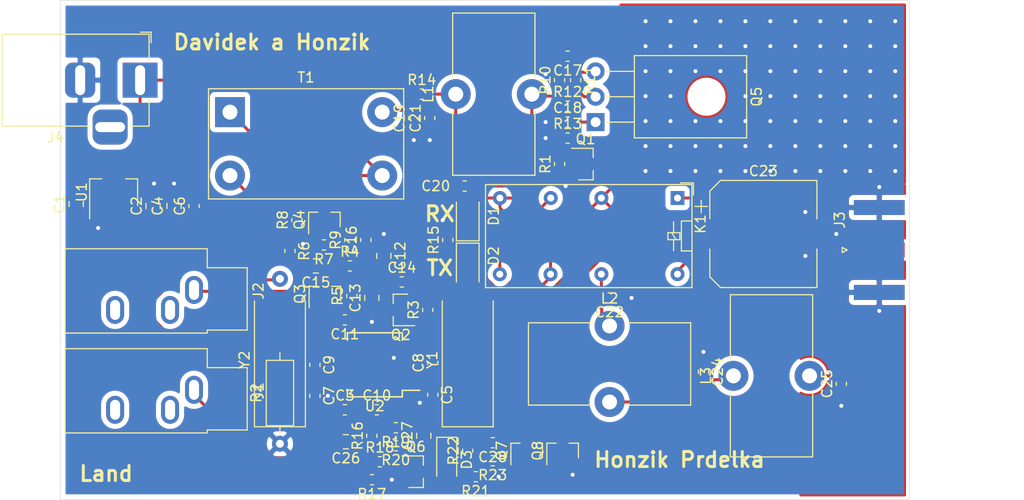
<source format=kicad_pcb>
(kicad_pcb (version 20171130) (host pcbnew "(5.1.2)-1")
  (layers (0 F.Cu signal) (31 B.Cu signal) (34 B.Paste user) (35 F.Paste user) (36 B.SilkS user hide) (37 F.SilkS user hide) (38 B.Mask user) (39 F.Mask user) (44 Edge.Cuts user))
  (net 0 "")
  (net 1 +12V)
  (net 2 GND)
  (net 3 +5V)
  (net 4 "Net-(C10-Pad2)")
  (net 5 "Net-(C7-Pad1)")
  (net 6 "Net-(C9-Pad1)")
  (net 7 "Net-(C10-Pad1)")
  (net 8 "Net-(C11-Pad2)")
  (net 9 /VccR)
  (net 10 "Net-(C13-Pad2)")
  (net 11 "Net-(C14-Pad2)")
  (net 12 "Net-(C14-Pad1)")
  (net 13 "Net-(C15-Pad2)")
  (net 14 "Net-(C15-Pad1)")
  (net 15 "Net-(C16-Pad2)")
  (net 16 "Net-(C17-Pad2)")
  (net 17 "Net-(C17-Pad1)")
  (net 18 "Net-(C19-Pad2)")
  (net 19 "Net-(C20-Pad2)")
  (net 20 "Net-(C20-Pad1)")
  (net 21 /VccT)
  (net 22 "Net-(C22-Pad2)")
  (net 23 "Net-(C24-Pad2)")
  (net 24 "Net-(C25-Pad2)")
  (net 25 "Net-(K1-Pad11)")
  (net 26 "Net-(Q1-Pad1)")
  (net 27 "Net-(Q2-Pad1)")
  (net 28 "Net-(Q4-Pad3)")
  (net 29 "Net-(D1-Pad1)")
  (net 30 "Net-(J1-PadT)")
  (net 31 "Net-(J2-PadT)")
  (net 32 "Net-(C18-Pad2)")
  (net 33 "Net-(C26-Pad1)")
  (net 34 "Net-(C27-Pad2)")
  (net 35 "Net-(C27-Pad1)")
  (net 36 "Net-(C28-Pad2)")
  (net 37 "Net-(C28-Pad1)")
  (net 38 "Net-(D3-Pad2)")
  (net 39 "Net-(Q6-Pad1)")
  (net 40 "Net-(Q7-Pad2)")
  (net 41 "Net-(Q7-Pad1)")
  (net 42 "Net-(C5-Pad1)")
  (module Capacitor_SMD:C_0603_1608Metric (layer F.Cu) (at 151.7 111)
    (fp_text reference C10 (at 0 -1.43) (layer F.SilkS))
    (fp_text value 100n)
    (pad 2 smd roundrect (at 0.7875 0) (size 0.875 0.95) (layers F.Cu F.Paste F.Mask) (net 4 "Net-(C10-Pad2)"))
    (pad 1 smd roundrect (at -0.7875 0) (size 0.875 0.95) (layers F.Cu F.Paste F.Mask) (net 7 "Net-(C10-Pad1)"))
  )
  (module Package_TO_SOT_SMD:SOT-23 (layer F.Cu) (at 155.6 117.2)
    (fp_text reference Q6 (at 0 -2.5) (layer F.SilkS))
    (fp_text value BC807)
    (pad 3 smd rect (at 1 0) (size 0.9 0.8) (layers F.Cu F.Paste F.Mask) (net 38 "Net-(D3-Pad2)"))
    (pad 2 smd rect (at -1 0.95) (size 0.9 0.8) (layers F.Cu F.Paste F.Mask) (net 35 "Net-(C27-Pad1)"))
    (pad 1 smd rect (at -1 -0.95) (size 0.9 0.8) (layers F.Cu F.Paste F.Mask) (net 39 "Net-(Q6-Pad1)"))
  )
  (module Inductor_THT:L_Toroid_Vertical_L16.0mm_W8.0mm_P7.62mm (layer F.Cu) (at 187.4 107.6 90)
    (fp_text reference L3 (at 0 -2.75 90) (layer F.SilkS))
    (fp_text value L)
    (pad 2 thru_hole circle (at 0 7.62 90) (size 3 3) (drill 1.5) (layers *.Cu *.Mask) (net 24 "Net-(C25-Pad2)"))
    (pad 1 thru_hole circle (at 0 0 90) (size 3 3) (drill 1.5) (layers *.Cu *.Mask) (net 23 "Net-(C24-Pad2)"))
  )
  (module Inductor_THT:L_Toroid_Vertical_L16.0mm_W8.0mm_P7.62mm (layer F.Cu) (at 175 102.6)
    (fp_text reference L2 (at 0 -2.75) (layer F.SilkS))
    (fp_text value L)
    (pad 2 thru_hole circle (at 0 7.62) (size 3 3) (drill 1.5) (layers *.Cu *.Mask) (net 23 "Net-(C24-Pad2)"))
    (pad 1 thru_hole circle (at 0 0) (size 3 3) (drill 1.5) (layers *.Cu *.Mask) (net 22 "Net-(C22-Pad2)"))
  )
  (module Inductor_THT:L_Toroid_Vertical_L16.0mm_W8.0mm_P7.62mm (layer F.Cu) (at 159.6 79.4 90)
    (fp_text reference L1 (at 0 -2.75 90) (layer F.SilkS))
    (fp_text value "FT37-43 8T")
    (pad 2 thru_hole circle (at 0 7.62 90) (size 3 3) (drill 1.5) (layers *.Cu *.Mask) (net 20 "Net-(C20-Pad1)"))
    (pad 1 thru_hole circle (at 0 0 90) (size 3 3) (drill 1.5) (layers *.Cu *.Mask) (net 21 /VccT))
  )
  (module Relay_THT:Relay_DPDT_Omron_G5V-2 (layer F.Cu) (at 181.8 89.8 270)
    (fp_text reference K1 (at 2.6 -2.3 90) (layer F.SilkS))
    (fp_text value G5V-2)
    (pad 13 thru_hole circle (at 7.62 7.62 270) (size 1.4 1.4) (drill 0.7) (layers *.Cu *.Mask) (net 22 "Net-(C22-Pad2)"))
    (pad 9 thru_hole circle (at 7.63 17.79 270) (size 1.4 1.4) (drill 0.7) (layers *.Cu *.Mask) (net 19 "Net-(C20-Pad2)"))
    (pad 11 thru_hole circle (at 7.63 12.71 270) (size 1.4 1.4) (drill 0.7) (layers *.Cu *.Mask) (net 25 "Net-(K1-Pad11)"))
    (pad 4 thru_hole circle (at 0 7.62 270) (size 1.4 1.4) (drill 0.7) (layers *.Cu *.Mask) (net 1 +12V))
    (pad 8 thru_hole circle (at 0 17.78 270) (size 1.4 1.4) (drill 0.7) (layers *.Cu *.Mask) (net 21 /VccT))
    (pad 6 thru_hole circle (at 0 12.69 270) (size 1.4 1.4) (drill 0.7) (layers *.Cu *.Mask) (net 9 /VccR))
    (pad 16 thru_hole circle (at 7.62 0 270) (size 1.4 1.4) (drill 0.7) (layers *.Cu *.Mask) (net 1 +12V))
    (pad 1 thru_hole rect (at 0 0 270) (size 1.4 1.4) (drill 0.7) (layers *.Cu *.Mask) (net 37 "Net-(C28-Pad1)"))
  )
  (module Connector_BarrelJack:BarrelJack_Horizontal (layer F.Cu) (at 128 78)
    (fp_text reference J4 (at -8.45 5.75) (layer F.SilkS))
    (fp_text value Barrel_Jack)
    (pad 3 thru_hole roundrect (at -3 4.7) (size 3.5 3.5) (drill oval 3 1) (layers *.Cu *.Mask))
    (pad 2 thru_hole roundrect (at -6 0) (size 3 3.5) (drill oval 1 3) (layers *.Cu *.Mask) (net 2 GND))
    (pad 1 thru_hole rect (at 0 0) (size 3.5 3.5) (drill oval 1 3) (layers *.Cu *.Mask) (net 1 +12V))
  )
  (module LED_SMD:LED_1206_3216Metric (layer F.Cu) (at 160.8 91.8 90)
    (fp_text reference D1 (at 0.2 2.6 90) (layer F.SilkS))
    (fp_text value LED)
    (pad 1 smd roundrect (at -1.4 0 90) (size 1.25 1.75) (layers F.Cu F.Paste F.Mask) (roundrect_rratio 0.2) (net 29 "Net-(D1-Pad1)"))
    (pad 2 smd roundrect (at 1.4 0 90) (size 1.25 1.75) (layers F.Cu F.Paste F.Mask) (roundrect_rratio 0.2) (net 21 /VccT))
  )
  (module Diode_SMD:D_SOD-123 (layer F.Cu) (at 158.7 116 270)
    (fp_text reference D3 (at 0 -2 90) (layer F.SilkS))
    (fp_text value D)
    (pad 2 smd rect (at 1.65 0 270) (size 0.9 1.2) (layers F.Cu F.Paste F.Mask) (net 38 "Net-(D3-Pad2)"))
    (pad 1 smd rect (at -1.65 0 270) (size 0.9 1.2) (layers F.Cu F.Paste F.Mask) (net 36 "Net-(C28-Pad2)"))
  )
  (module Resistor_SMD:R_0603_1608Metric (layer F.Cu) (at 163.3 116.1 180)
    (fp_text reference R23 (at 0 -1.43) (layer F.SilkS))
    (fp_text value tbd)
    (pad 2 smd roundrect (at 0.7875 0 180) (size 0.875 0.95) (layers F.Cu F.Paste F.Mask) (net 36 "Net-(C28-Pad2)"))
    (pad 1 smd roundrect (at -0.7875 0 180) (size 0.875 0.95) (layers F.Cu F.Paste F.Mask) (net 41 "Net-(Q7-Pad1)"))
  )
  (module Resistor_SMD:R_0603_1608Metric (layer F.Cu) (at 160.8 115.1 90)
    (fp_text reference R22 (at 0 -1.43 90) (layer F.SilkS))
    (fp_text value 20k)
    (pad 2 smd roundrect (at 0.7875 0 90) (size 0.875 0.95) (layers F.Cu F.Paste F.Mask) (net 36 "Net-(C28-Pad2)"))
    (pad 1 smd roundrect (at -0.7875 0 90) (size 0.875 0.95) (layers F.Cu F.Paste F.Mask) (net 2 GND))
  )
  (module Resistor_SMD:R_0603_1608Metric (layer F.Cu) (at 161.6 117.7 180)
    (fp_text reference R21 (at 0 -1.43) (layer F.SilkS))
    (fp_text value 1k)
    (pad 2 smd roundrect (at 0.7875 0 180) (size 0.875 0.95) (layers F.Cu F.Paste F.Mask) (net 38 "Net-(D3-Pad2)"))
    (pad 1 smd roundrect (at -0.7875 0 180) (size 0.875 0.95) (layers F.Cu F.Paste F.Mask) (net 2 GND))
  )
  (module Resistor_SMD:R_0603_1608Metric (layer F.Cu) (at 153.6 114.6 180)
    (fp_text reference R20 (at 0 -1.43) (layer F.SilkS))
    (fp_text value 1k)
    (pad 2 smd roundrect (at 0.7875 0 180) (size 0.875 0.95) (layers F.Cu F.Paste F.Mask) (net 1 +12V))
    (pad 1 smd roundrect (at -0.7875 0 180) (size 0.875 0.95) (layers F.Cu F.Paste F.Mask) (net 35 "Net-(C27-Pad1)"))
  )
  (module Resistor_SMD:R_0603_1608Metric (layer F.Cu) (at 153.6 112.8 180)
    (fp_text reference R19 (at 0 -1.43) (layer F.SilkS))
    (fp_text value 14.3?)
    (pad 2 smd roundrect (at 0.7875 0 180) (size 0.875 0.95) (layers F.Cu F.Paste F.Mask) (net 1 +12V))
    (pad 1 smd roundrect (at -0.7875 0 180) (size 0.875 0.95) (layers F.Cu F.Paste F.Mask) (net 34 "Net-(C27-Pad2)"))
  )
  (module Resistor_SMD:R_0603_1608Metric (layer F.Cu) (at 152 116.2)
    (fp_text reference R18 (at 0 -1.43) (layer F.SilkS))
    (fp_text value tbd)
    (pad 2 smd roundrect (at 0.7875 0) (size 0.875 0.95) (layers F.Cu F.Paste F.Mask) (net 39 "Net-(Q6-Pad1)"))
    (pad 1 smd roundrect (at -0.7875 0) (size 0.875 0.95) (layers F.Cu F.Paste F.Mask) (net 33 "Net-(C26-Pad1)"))
  )
  (module Resistor_SMD:R_0603_1608Metric (layer F.Cu) (at 151.2 118 180)
    (fp_text reference R17 (at 0 -1.43) (layer F.SilkS))
    (fp_text value 10k)
    (pad 2 smd roundrect (at 0.7875 0 180) (size 0.875 0.95) (layers F.Cu F.Paste F.Mask) (net 33 "Net-(C26-Pad1)"))
    (pad 1 smd roundrect (at -0.7875 0 180) (size 0.875 0.95) (layers F.Cu F.Paste F.Mask) (net 2 GND))
  )
  (module Resistor_SMD:R_0603_1608Metric (layer F.Cu) (at 151.2 113.6 90)
    (fp_text reference R16 (at 0 -1.43 90) (layer F.SilkS))
    (fp_text value 2k)
    (pad 2 smd roundrect (at 0.7875 0 90) (size 0.875 0.95) (layers F.Cu F.Paste F.Mask) (net 1 +12V))
    (pad 1 smd roundrect (at -0.7875 0 90) (size 0.875 0.95) (layers F.Cu F.Paste F.Mask) (net 33 "Net-(C26-Pad1)"))
  )
  (module Package_TO_SOT_SMD:SOT-23 (layer F.Cu) (at 170.3 115.1 90)
    (fp_text reference Q8 (at 0 -2.5 90) (layer F.SilkS))
    (fp_text value BC-817)
    (pad 3 smd rect (at 1 0 90) (size 0.9 0.8) (layers F.Cu F.Paste F.Mask) (net 37 "Net-(C28-Pad1)"))
    (pad 2 smd rect (at -1 0.95 90) (size 0.9 0.8) (layers F.Cu F.Paste F.Mask) (net 2 GND))
    (pad 1 smd rect (at -1 -0.95 90) (size 0.9 0.8) (layers F.Cu F.Paste F.Mask) (net 40 "Net-(Q7-Pad2)"))
  )
  (module Package_TO_SOT_SMD:SOT-23 (layer F.Cu) (at 166.7 115.1 90)
    (fp_text reference Q7 (at 0 -2.5 90) (layer F.SilkS))
    (fp_text value BC-817)
    (pad 3 smd rect (at 1 0 90) (size 0.9 0.8) (layers F.Cu F.Paste F.Mask) (net 37 "Net-(C28-Pad1)"))
    (pad 2 smd rect (at -1 0.95 90) (size 0.9 0.8) (layers F.Cu F.Paste F.Mask) (net 40 "Net-(Q7-Pad2)"))
    (pad 1 smd rect (at -1 -0.95 90) (size 0.9 0.8) (layers F.Cu F.Paste F.Mask) (net 41 "Net-(Q7-Pad1)"))
  )
  (module Capacitor_SMD:C_0603_1608Metric (layer F.Cu) (at 163.3 114.3 180)
    (fp_text reference C28 (at 0 -1.43) (layer F.SilkS))
    (fp_text value 100n)
    (pad 2 smd roundrect (at 0.7875 0 180) (size 0.875 0.95) (layers F.Cu F.Paste F.Mask) (net 36 "Net-(C28-Pad2)"))
    (pad 1 smd roundrect (at -0.7875 0 180) (size 0.875 0.95) (layers F.Cu F.Paste F.Mask) (net 37 "Net-(C28-Pad1)"))
  )
  (module Capacitor_SMD:C_0805_2012Metric (layer F.Cu) (at 156.4 113.6 90)
    (fp_text reference C27 (at 0 -1.65 90) (layer F.SilkS))
    (fp_text value 2u)
    (pad 2 smd roundrect (at 0.9375 0 90) (size 0.975 1.4) (layers F.Cu F.Paste F.Mask) (net 34 "Net-(C27-Pad2)"))
    (pad 1 smd roundrect (at -0.9375 0 90) (size 0.975 1.4) (layers F.Cu F.Paste F.Mask) (net 35 "Net-(C27-Pad1)"))
  )
  (module Capacitor_SMD:C_0805_2012Metric (layer F.Cu) (at 148.6 114.2 180)
    (fp_text reference C26 (at 0 -1.65) (layer F.SilkS))
    (fp_text value 10u)
    (pad 2 smd roundrect (at 0.9375 0 180) (size 0.975 1.4) (layers F.Cu F.Paste F.Mask) (net 7 "Net-(C10-Pad1)"))
    (pad 1 smd roundrect (at -0.9375 0 180) (size 0.975 1.4) (layers F.Cu F.Paste F.Mask) (net 33 "Net-(C26-Pad1)"))
  )
  (module Connector_Audio:Jack_3.5mm_CUI_SJ1-3533NG_Horizontal (layer F.Cu) (at 133.4 99 270)
    (fp_text reference J2 (at 0.1 -6.45 90) (layer F.SilkS))
    (fp_text value AudioOut)
    (pad R thru_hole oval (at 2 7.9 270) (size 2.8 1.8) (drill oval 2 1) (layers *.Cu *.Mask))
    (pad T thru_hole oval (at 2 2.4 270) (size 2.8 1.8) (drill oval 2 1) (layers *.Cu *.Mask) (net 31 "Net-(J2-PadT)"))
    (pad S thru_hole oval (at 0 0 270) (size 2.8 1.8) (drill oval 2 1) (layers *.Cu *.Mask) (net 13 "Net-(C15-Pad2)"))
  )
  (module Resistor_THT:R_Axial_DIN0207_L6.3mm_D2.5mm_P10.16mm_Horizontal (layer F.Cu) (at 142 114.4 90)
    (fp_text reference R2 (at 5.08 -2.37 90) (layer F.SilkS))
    (fp_text value 1k5)
    (pad 2 thru_hole oval (at 16.51 0 90) (size 1.6 1.6) (drill 0.8) (layers *.Cu *.Mask) (net 1 +12V))
    (pad 1 thru_hole circle (at 0 0 90) (size 1.6 1.6) (drill 0.8) (layers *.Cu *.Mask) (net 2 GND))
  )
  (module Crystal:Crystal_SMD_HC49-SD (layer F.Cu) (at 160.8 106 90)
    (fp_text reference Y1 (at 0 -3.55 90) (layer F.SilkS))
    (fp_text value 7074)
    (pad 2 smd rect (at 4.25 0 90) (size 4.5 2) (layers F.Cu F.Paste F.Mask) (net 25 "Net-(K1-Pad11)"))
    (pad 1 smd rect (at -4.25 0 90) (size 4.5 2) (layers F.Cu F.Paste F.Mask) (net 42 "Net-(C5-Pad1)"))
  )
  (module Capacitor_SMD:CP_Elec_10x10.5 (layer F.Cu) (at 190.4 93.4)
    (fp_text reference C23 (at 0 -6.3) (layer F.SilkS))
    (fp_text value 100u/25V)
    (pad 2 smd roundrect (at 4.2 0) (size 4.4 2.5) (layers F.Cu F.Paste F.Mask) (roundrect_rratio 0.1) (net 2 GND))
    (pad 1 smd roundrect (at -4.2 0) (size 4.4 2.5) (layers F.Cu F.Paste F.Mask) (roundrect_rratio 0.1) (net 1 +12V))
  )
  (module Inductor_THT:L_CommonMode_Toroid_Vertical_L19.3mm_W10.8mm_Px6.35mm_Py15.24mm_Bourns_8100 (layer F.Cu) (at 137 81.2)
    (fp_text reference T1 (at 7.62 -3.4725) (layer F.SilkS))
    (fp_text value "FT37-43 BIF8T")
    (pad 2 thru_hole circle (at 0 6.35) (size 3 3) (drill 1.5) (layers *.Cu *.Mask) (net 28 "Net-(Q4-Pad3)"))
    (pad 3 thru_hole circle (at 15.24 6.35) (size 3 3) (drill 1.5) (layers *.Cu *.Mask) (net 16 "Net-(C17-Pad2)"))
    (pad 4 thru_hole circle (at 15.24 0) (size 3 3) (drill 1.5) (layers *.Cu *.Mask) (net 18 "Net-(C19-Pad2)"))
    (pad 1 thru_hole rect (at 0 0) (size 3 3) (drill 1.5) (layers *.Cu *.Mask) (net 16 "Net-(C17-Pad2)"))
  )
  (module LED_SMD:LED_1206_3216Metric (layer F.Cu) (at 160.8 96.6 270)
    (fp_text reference D2 (at -1 -2.6 90) (layer F.SilkS))
    (fp_text value LED)
    (pad 1 smd roundrect (at -1.4 0 270) (size 1.25 1.75) (layers F.Cu F.Paste F.Mask) (roundrect_rratio 0.2) (net 29 "Net-(D1-Pad1)"))
    (pad 2 smd roundrect (at 1.4 0 270) (size 1.25 1.75) (layers F.Cu F.Paste F.Mask) (roundrect_rratio 0.2) (net 9 /VccR))
  )
  (module Connector_Audio:Jack_3.5mm_CUI_SJ1-3533NG_Horizontal (layer F.Cu) (at 133.4 109 270)
    (fp_text reference J1 (at 0.1 -6.45 90) (layer F.SilkS))
    (fp_text value AudioIn)
    (pad R thru_hole oval (at 2 7.9 270) (size 2.8 1.8) (drill oval 2 1) (layers *.Cu *.Mask))
    (pad T thru_hole oval (at 2 2.4 270) (size 2.8 1.8) (drill oval 2 1) (layers *.Cu *.Mask) (net 30 "Net-(J1-PadT)"))
    (pad S thru_hole oval (at 0 0 270) (size 2.8 1.8) (drill oval 2 1) (layers *.Cu *.Mask) (net 7 "Net-(C10-Pad1)"))
  )
  (module Crystal:Crystal_SMD_HC49-SD (layer F.Cu) (at 142 106 90)
    (fp_text reference Y2 (at 0 -3.55 90) (layer F.SilkS))
    (fp_text value 7074)
    (pad 2 smd rect (at 4.25 0 90) (size 4.5 2) (layers F.Cu F.Paste F.Mask) (net 6 "Net-(C9-Pad1)"))
    (pad 1 smd rect (at -4.25 0 90) (size 4.5 2) (layers F.Cu F.Paste F.Mask) (net 2 GND))
  )
  (module Package_SO:SO-8_5.3x6.2mm_P1.27mm (layer F.Cu) (at 151.5 106.5 180)
    (fp_text reference U2 (at 0 -4.13) (layer F.SilkS))
    (fp_text value NE602)
    (pad 8 smd rect (at 3.7 -1.905 180) (size 1.75 0.55) (layers F.Cu F.Paste F.Mask) (net 3 +5V))
    (pad 7 smd rect (at 3.7 -0.635 180) (size 1.75 0.55) (layers F.Cu F.Paste F.Mask) (net 5 "Net-(C7-Pad1)"))
    (pad 6 smd rect (at 3.7 0.635 180) (size 1.75 0.55) (layers F.Cu F.Paste F.Mask) (net 6 "Net-(C9-Pad1)"))
    (pad 5 smd rect (at 3.7 1.905 180) (size 1.75 0.55) (layers F.Cu F.Paste F.Mask) (net 8 "Net-(C11-Pad2)"))
    (pad 4 smd rect (at -3.7 1.905 180) (size 1.75 0.55) (layers F.Cu F.Paste F.Mask) (net 27 "Net-(Q2-Pad1)"))
    (pad 3 smd rect (at -3.7 0.635 180) (size 1.75 0.55) (layers F.Cu F.Paste F.Mask) (net 2 GND))
    (pad 2 smd rect (at -3.7 -0.635 180) (size 1.75 0.55) (layers F.Cu F.Paste F.Mask) (net 4 "Net-(C10-Pad2)"))
    (pad 1 smd rect (at -3.7 -1.905 180) (size 1.75 0.55) (layers F.Cu F.Paste F.Mask) (net 42 "Net-(C5-Pad1)"))
  )
  (module Package_TO_SOT_SMD:SOT-89-3 (layer F.Cu) (at 125.35 89.66 90)
    (fp_text reference U1 (at 0.45 -3.2 90) (layer F.SilkS))
    (fp_text value MCP1700-5002E_SOT89)
    (pad 2 smd trapezoid (at -0.0762 0 180) (size 1.5 1) (rect_delta 0 0.7) (layers F.Cu F.Paste F.Mask) (net 1 +12V))
    (pad 2 smd rect (at 1.3335 0) (size 2.2 1.84) (layers F.Cu F.Paste F.Mask) (net 1 +12V))
    (pad 3 smd rect (at -1.48 1.5) (size 1 1.5) (layers F.Cu F.Paste F.Mask) (net 3 +5V))
    (pad 2 smd rect (at -1.3335 0) (size 1 1.8) (layers F.Cu F.Paste F.Mask) (net 1 +12V))
    (pad 1 smd rect (at -1.48 -1.5) (size 1 1.5) (layers F.Cu F.Paste F.Mask) (net 2 GND))
    (pad 2 smd trapezoid (at 2.667 0) (size 1.6 0.85) (rect_delta 0 0.6) (layers F.Cu F.Paste F.Mask) (net 1 +12V))
  )
  (module Resistor_SMD:R_0603_1608Metric (layer F.Cu) (at 158.8 94 90)
    (fp_text reference R15 (at 0 -1.43 90) (layer F.SilkS))
    (fp_text value 3k3)
    (pad 2 smd roundrect (at 0.7875 0 90) (size 0.875 0.95) (layers F.Cu F.Paste F.Mask) (net 2 GND))
    (pad 1 smd roundrect (at -0.7875 0 90) (size 0.875 0.95) (layers F.Cu F.Paste F.Mask) (net 29 "Net-(D1-Pad1)"))
  )
  (module Resistor_SMD:R_0603_1608Metric (layer F.Cu) (at 156.2 79.4)
    (fp_text reference R14 (at 0 -1.43) (layer F.SilkS))
    (fp_text value 27R)
    (pad 2 smd roundrect (at 0.7875 0) (size 0.875 0.95) (layers F.Cu F.Paste F.Mask) (net 21 /VccT))
    (pad 1 smd roundrect (at -0.7875 0) (size 0.875 0.95) (layers F.Cu F.Paste F.Mask) (net 18 "Net-(C19-Pad2)"))
  )
  (module Resistor_SMD:R_0603_1608Metric (layer F.Cu) (at 170.8 83.8)
    (fp_text reference R13 (at 0 -1.43) (layer F.SilkS))
    (fp_text value 10R)
    (pad 2 smd roundrect (at 0.7875 0) (size 0.875 0.95) (layers F.Cu F.Paste F.Mask) (net 32 "Net-(C18-Pad2)"))
    (pad 1 smd roundrect (at -0.7875 0) (size 0.875 0.95) (layers F.Cu F.Paste F.Mask) (net 2 GND))
  )
  (module Resistor_SMD:R_0603_1608Metric (layer F.Cu) (at 170.8 80.6)
    (fp_text reference R12 (at 0 -1.43) (layer F.SilkS))
    (fp_text value 10R)
    (pad 2 smd roundrect (at 0.7875 0) (size 0.875 0.95) (layers F.Cu F.Paste F.Mask) (net 32 "Net-(C18-Pad2)"))
    (pad 1 smd roundrect (at -0.7875 0) (size 0.875 0.95) (layers F.Cu F.Paste F.Mask) (net 2 GND))
  )
  (module Resistor_SMD:R_0603_1608Metric (layer F.Cu) (at 171.6 78 270)
    (fp_text reference R11 (at 0 -1.43 90) (layer F.SilkS))
    (fp_text value 3k3)
    (pad 2 smd roundrect (at 0.7875 0 270) (size 0.875 0.95) (layers F.Cu F.Paste F.Mask) (net 20 "Net-(C20-Pad1)"))
    (pad 1 smd roundrect (at -0.7875 0 270) (size 0.875 0.95) (layers F.Cu F.Paste F.Mask) (net 17 "Net-(C17-Pad1)"))
  )
  (module Resistor_SMD:R_0603_1608Metric (layer F.Cu) (at 170 78 90)
    (fp_text reference R10 (at 0 -1.43 90) (layer F.SilkS))
    (fp_text value 330R)
    (pad 2 smd roundrect (at 0.7875 0 90) (size 0.875 0.95) (layers F.Cu F.Paste F.Mask) (net 17 "Net-(C17-Pad1)"))
    (pad 1 smd roundrect (at -0.7875 0 90) (size 0.875 0.95) (layers F.Cu F.Paste F.Mask) (net 2 GND))
  )
  (module Resistor_SMD:R_0603_1608Metric (layer F.Cu) (at 149 94 90)
    (fp_text reference R9 (at 0 -1.43 90) (layer F.SilkS))
    (fp_text value 27R)
    (pad 2 smd roundrect (at 0.7875 0 90) (size 0.875 0.95) (layers F.Cu F.Paste F.Mask) (net 15 "Net-(C16-Pad2)"))
    (pad 1 smd roundrect (at -0.7875 0 90) (size 0.875 0.95) (layers F.Cu F.Paste F.Mask) (net 2 GND))
  )
  (module Resistor_SMD:R_0603_1608Metric (layer F.Cu) (at 143.7 92 90)
    (fp_text reference R8 (at 0 -1.43 90) (layer F.SilkS))
    (fp_text value 3k3)
    (pad 2 smd roundrect (at 0.7875 0 90) (size 0.875 0.95) (layers F.Cu F.Paste F.Mask) (net 28 "Net-(Q4-Pad3)"))
    (pad 1 smd roundrect (at -0.7875 0 90) (size 0.875 0.95) (layers F.Cu F.Paste F.Mask) (net 12 "Net-(C14-Pad1)"))
  )
  (module Resistor_SMD:R_0603_1608Metric (layer F.Cu) (at 146.4 94.5 180)
    (fp_text reference R7 (at 0 -1.43) (layer F.SilkS))
    (fp_text value 680R)
    (pad 2 smd roundrect (at 0.7875 0 180) (size 0.875 0.95) (layers F.Cu F.Paste F.Mask) (net 12 "Net-(C14-Pad1)"))
    (pad 1 smd roundrect (at -0.7875 0 180) (size 0.875 0.95) (layers F.Cu F.Paste F.Mask) (net 2 GND))
  )
  (module Resistor_SMD:R_0603_1608Metric (layer F.Cu) (at 143 95.1 270)
    (fp_text reference R6 (at 0 -1.43 90) (layer F.SilkS))
    (fp_text value 1k5)
    (pad 2 smd roundrect (at 0.7875 0 270) (size 0.875 0.95) (layers F.Cu F.Paste F.Mask) (net 13 "Net-(C15-Pad2)"))
    (pad 1 smd roundrect (at -0.7875 0 270) (size 0.875 0.95) (layers F.Cu F.Paste F.Mask) (net 2 GND))
  )
  (module Resistor_SMD:R_0603_1608Metric (layer F.Cu) (at 149.2 99.6 90)
    (fp_text reference R5 (at 0 -1.43 90) (layer F.SilkS))
    (fp_text value 1k5)
    (pad 2 smd roundrect (at 0.7875 0 90) (size 0.875 0.95) (layers F.Cu F.Paste F.Mask) (net 10 "Net-(C13-Pad2)"))
    (pad 1 smd roundrect (at -0.7875 0 90) (size 0.875 0.95) (layers F.Cu F.Paste F.Mask) (net 2 GND))
  )
  (module Resistor_SMD:R_0603_1608Metric (layer F.Cu) (at 149 96.6)
    (fp_text reference R4 (at 0 -1.43) (layer F.SilkS))
    (fp_text value 680R)
    (pad 2 smd roundrect (at 0.7875 0) (size 0.875 0.95) (layers F.Cu F.Paste F.Mask) (net 9 /VccR))
    (pad 1 smd roundrect (at -0.7875 0) (size 0.875 0.95) (layers F.Cu F.Paste F.Mask) (net 14 "Net-(C15-Pad1)"))
  )
  (module Resistor_SMD:R_0603_1608Metric (layer F.Cu) (at 156.8 101 90)
    (fp_text reference R3 (at 0 -1.43 90) (layer F.SilkS))
    (fp_text value 680R)
    (pad 2 smd roundrect (at 0.7875 0 90) (size 0.875 0.95) (layers F.Cu F.Paste F.Mask) (net 11 "Net-(C14-Pad2)"))
    (pad 1 smd roundrect (at -0.7875 0 90) (size 0.875 0.95) (layers F.Cu F.Paste F.Mask) (net 2 GND))
  )
  (module Resistor_SMD:R_0603_1608Metric (layer F.Cu) (at 170 86.4 90)
    (fp_text reference R1 (at 0 -1.43 90) (layer F.SilkS))
    (fp_text value 4k7)
    (pad 2 smd roundrect (at 0.7875 0 90) (size 0.875 0.95) (layers F.Cu F.Paste F.Mask) (net 26 "Net-(Q1-Pad1)"))
    (pad 1 smd roundrect (at -0.7875 0 90) (size 0.875 0.95) (layers F.Cu F.Paste F.Mask) (net 21 /VccT))
  )
  (module Package_TO_SOT_THT:TO-126-3_Horizontal_TabUp (layer F.Cu) (at 173.6 82.2 90)
    (fp_text reference Q5 (at 2.54 16.12 90) (layer F.SilkS))
    (fp_text value C1162)
    (pad 3 thru_hole oval (at 5.08 0 90) (size 1.8 1.8) (drill 1) (layers *.Cu *.Mask) (net 17 "Net-(C17-Pad1)"))
    (pad 2 thru_hole oval (at 2.54 0 90) (size 1.8 1.8) (drill 1) (layers *.Cu *.Mask) (net 20 "Net-(C20-Pad1)"))
    (pad 1 thru_hole rect (at 0 0 90) (size 1.8 1.8) (drill 1) (layers *.Cu *.Mask) (net 32 "Net-(C18-Pad2)"))
    (pad "" np_thru_hole oval (at 2.54 11.1 90) (size 3.2 3.2) (drill 3.2) (layers *.Cu *.Mask))
  )
  (module Package_TO_SOT_SMD:SOT-23 (layer F.Cu) (at 146.45 91.98 90)
    (fp_text reference Q4 (at 0 -2.5 90) (layer F.SilkS))
    (fp_text value BC-817)
    (pad 3 smd rect (at 1 0 90) (size 0.9 0.8) (layers F.Cu F.Paste F.Mask) (net 28 "Net-(Q4-Pad3)"))
    (pad 2 smd rect (at -1 0.95 90) (size 0.9 0.8) (layers F.Cu F.Paste F.Mask) (net 15 "Net-(C16-Pad2)"))
    (pad 1 smd rect (at -1 -0.95 90) (size 0.9 0.8) (layers F.Cu F.Paste F.Mask) (net 12 "Net-(C14-Pad1)"))
  )
  (module Package_TO_SOT_SMD:SOT-23 (layer F.Cu) (at 146.5 99.4 90)
    (fp_text reference Q3 (at 0 -2.5 90) (layer F.SilkS))
    (fp_text value BC-817)
    (pad 3 smd rect (at 1 0 90) (size 0.9 0.8) (layers F.Cu F.Paste F.Mask) (net 14 "Net-(C15-Pad1)"))
    (pad 2 smd rect (at -1 0.95 90) (size 0.9 0.8) (layers F.Cu F.Paste F.Mask) (net 10 "Net-(C13-Pad2)"))
    (pad 1 smd rect (at -1 -0.95 90) (size 0.9 0.8) (layers F.Cu F.Paste F.Mask) (net 8 "Net-(C11-Pad2)"))
  )
  (module Package_TO_SOT_SMD:SOT-23 (layer F.Cu) (at 154.1 101 180)
    (fp_text reference Q2 (at 0 -2.5) (layer F.SilkS))
    (fp_text value BC-817)
    (pad 3 smd rect (at 1 0 180) (size 0.9 0.8) (layers F.Cu F.Paste F.Mask) (net 3 +5V))
    (pad 2 smd rect (at -1 0.95 180) (size 0.9 0.8) (layers F.Cu F.Paste F.Mask) (net 11 "Net-(C14-Pad2)"))
    (pad 1 smd rect (at -1 -0.95 180) (size 0.9 0.8) (layers F.Cu F.Paste F.Mask) (net 27 "Net-(Q2-Pad1)"))
  )
  (module Package_TO_SOT_SMD:SOT-23 (layer F.Cu) (at 172.6 86.4)
    (fp_text reference Q1 (at 0 -2.5) (layer F.SilkS))
    (fp_text value BC-817)
    (pad 3 smd rect (at 1 0) (size 0.9 0.8) (layers F.Cu F.Paste F.Mask) (net 25 "Net-(K1-Pad11)"))
    (pad 2 smd rect (at -1 0.95) (size 0.9 0.8) (layers F.Cu F.Paste F.Mask) (net 2 GND))
    (pad 1 smd rect (at -1 -0.95) (size 0.9 0.8) (layers F.Cu F.Paste F.Mask) (net 26 "Net-(Q1-Pad1)"))
  )
  (module Connector_Coaxial:SMA_Amphenol_132289_EdgeMount (layer F.Cu) (at 202 95)
    (fp_text reference J3 (at -3.96 -3 90) (layer F.SilkS))
    (fp_text value Conn_Coaxial)
    (pad 1 smd rect (at 0 0 90) (size 1.5 5.08) (layers F.Cu F.Paste F.Mask) (net 24 "Net-(C25-Pad2)"))
    (pad 2 smd rect (at 0 -4.25 90) (size 1.5 5.08) (layers F.Cu F.Paste F.Mask) (net 2 GND))
    (pad 2 smd rect (at 0 4.25 90) (size 1.5 5.08) (layers F.Cu F.Paste F.Mask) (net 2 GND))
    (pad 2 smd rect (at 0 -4.25 90) (size 1.5 5.08) (layers B.Cu B.Paste B.Mask) (net 2 GND))
    (pad 2 smd rect (at 0 4.25 90) (size 1.5 5.08) (layers B.Cu B.Paste B.Mask) (net 2 GND))
  )
  (module Capacitor_SMD:C_0603_1608Metric (layer F.Cu) (at 198.2 108.4 90)
    (fp_text reference C25 (at 0 -1.43 90) (layer F.SilkS))
    (fp_text value 100n)
    (pad 2 smd roundrect (at 0.7875 0 90) (size 0.875 0.95) (layers F.Cu F.Paste F.Mask) (net 24 "Net-(C25-Pad2)"))
    (pad 1 smd roundrect (at -0.7875 0 90) (size 0.875 0.95) (layers F.Cu F.Paste F.Mask) (net 2 GND))
  )
  (module Capacitor_SMD:C_0603_1608Metric (layer F.Cu) (at 184.4 107.2 270)
    (fp_text reference C24 (at 0 -1.43 90) (layer F.SilkS))
    (fp_text value 100n)
    (pad 2 smd roundrect (at 0.7875 0 270) (size 0.875 0.95) (layers F.Cu F.Paste F.Mask) (net 23 "Net-(C24-Pad2)"))
    (pad 1 smd roundrect (at -0.7875 0 270) (size 0.875 0.95) (layers F.Cu F.Paste F.Mask) (net 2 GND))
  )
  (module Capacitor_SMD:C_0603_1608Metric (layer F.Cu) (at 175 99.8 180)
    (fp_text reference C22 (at 0 -1.43) (layer F.SilkS))
    (fp_text value 100n)
    (pad 2 smd roundrect (at 0.7875 0 180) (size 0.875 0.95) (layers F.Cu F.Paste F.Mask) (net 22 "Net-(C22-Pad2)"))
    (pad 1 smd roundrect (at -0.7875 0 180) (size 0.875 0.95) (layers F.Cu F.Paste F.Mask) (net 2 GND))
  )
  (module Capacitor_SMD:C_0603_1608Metric (layer F.Cu) (at 157 81.8 90)
    (fp_text reference C21 (at 0 -1.43 90) (layer F.SilkS))
    (fp_text value 100n)
    (pad 2 smd roundrect (at 0.7875 0 90) (size 0.875 0.95) (layers F.Cu F.Paste F.Mask) (net 21 /VccT))
    (pad 1 smd roundrect (at -0.7875 0 90) (size 0.875 0.95) (layers F.Cu F.Paste F.Mask) (net 2 GND))
  )
  (module Capacitor_SMD:C_0603_1608Metric (layer F.Cu) (at 160.5 88.6 180)
    (fp_text reference C20 (at 2.9 0) (layer F.SilkS))
    (fp_text value 100n)
    (pad 2 smd roundrect (at 0.7875 0 180) (size 0.875 0.95) (layers F.Cu F.Paste F.Mask) (net 19 "Net-(C20-Pad2)"))
    (pad 1 smd roundrect (at -0.7875 0 180) (size 0.875 0.95) (layers F.Cu F.Paste F.Mask) (net 20 "Net-(C20-Pad1)"))
  )
  (module Capacitor_SMD:C_0603_1608Metric (layer F.Cu) (at 155.4 81.8 90)
    (fp_text reference C19 (at 0 -1.43 90) (layer F.SilkS))
    (fp_text value 100n)
    (pad 2 smd roundrect (at 0.7875 0 90) (size 0.875 0.95) (layers F.Cu F.Paste F.Mask) (net 18 "Net-(C19-Pad2)"))
    (pad 1 smd roundrect (at -0.7875 0 90) (size 0.875 0.95) (layers F.Cu F.Paste F.Mask) (net 2 GND))
  )
  (module Capacitor_SMD:C_0603_1608Metric (layer F.Cu) (at 170.8 82.2)
    (fp_text reference C18 (at 0 -1.43) (layer F.SilkS))
    (fp_text value 100n)
    (pad 2 smd roundrect (at 0.7875 0) (size 0.875 0.95) (layers F.Cu F.Paste F.Mask) (net 32 "Net-(C18-Pad2)"))
    (pad 1 smd roundrect (at -0.7875 0) (size 0.875 0.95) (layers F.Cu F.Paste F.Mask) (net 2 GND))
  )
  (module Capacitor_SMD:C_0603_1608Metric (layer F.Cu) (at 170.8 75.6 180)
    (fp_text reference C17 (at 0 -1.43) (layer F.SilkS))
    (fp_text value 100n)
    (pad 2 smd roundrect (at 0.7875 0 180) (size 0.875 0.95) (layers F.Cu F.Paste F.Mask) (net 16 "Net-(C17-Pad2)"))
    (pad 1 smd roundrect (at -0.7875 0 180) (size 0.875 0.95) (layers F.Cu F.Paste F.Mask) (net 17 "Net-(C17-Pad1)"))
  )
  (module Capacitor_SMD:C_0603_1608Metric (layer F.Cu) (at 150.6 94 90)
    (fp_text reference C16 (at 0 -1.43 90) (layer F.SilkS))
    (fp_text value 100n)
    (pad 2 smd roundrect (at 0.7875 0 90) (size 0.875 0.95) (layers F.Cu F.Paste F.Mask) (net 15 "Net-(C16-Pad2)"))
    (pad 1 smd roundrect (at -0.7875 0 90) (size 0.875 0.95) (layers F.Cu F.Paste F.Mask) (net 2 GND))
  )
  (module Capacitor_SMD:C_0805_2012Metric (layer F.Cu) (at 145.6 96.6 180)
    (fp_text reference C15 (at 0 -1.65) (layer F.SilkS))
    (fp_text value 1u)
    (pad 2 smd roundrect (at 0.9375 0 180) (size 0.975 1.4) (layers F.Cu F.Paste F.Mask) (net 13 "Net-(C15-Pad2)"))
    (pad 1 smd roundrect (at -0.9375 0 180) (size 0.975 1.4) (layers F.Cu F.Paste F.Mask) (net 14 "Net-(C15-Pad1)"))
  )
  (module Capacitor_SMD:C_0603_1608Metric (layer F.Cu) (at 154.2 98.2)
    (fp_text reference C14 (at 0 -1.43) (layer F.SilkS))
    (fp_text value 68p)
    (pad 2 smd roundrect (at 0.7875 0) (size 0.875 0.95) (layers F.Cu F.Paste F.Mask) (net 11 "Net-(C14-Pad2)"))
    (pad 1 smd roundrect (at -0.7875 0) (size 0.875 0.95) (layers F.Cu F.Paste F.Mask) (net 12 "Net-(C14-Pad1)"))
  )
  (module Capacitor_SMD:C_0805_2012Metric (layer F.Cu) (at 151.2 99.8 90)
    (fp_text reference C13 (at 0 -1.65 90) (layer F.SilkS))
    (fp_text value 1u)
    (pad 2 smd roundrect (at 0.9375 0 90) (size 0.975 1.4) (layers F.Cu F.Paste F.Mask) (net 10 "Net-(C13-Pad2)"))
    (pad 1 smd roundrect (at -0.9375 0 90) (size 0.975 1.4) (layers F.Cu F.Paste F.Mask) (net 2 GND))
  )
  (module Capacitor_SMD:C_0805_2012Metric (layer F.Cu) (at 152.4 95.6 270)
    (fp_text reference C12 (at 0 -1.65 90) (layer F.SilkS))
    (fp_text value 1u)
    (pad 2 smd roundrect (at 0.9375 0 270) (size 0.975 1.4) (layers F.Cu F.Paste F.Mask) (net 9 /VccR))
    (pad 1 smd roundrect (at -0.9375 0 270) (size 0.975 1.4) (layers F.Cu F.Paste F.Mask) (net 2 GND))
  )
  (module Capacitor_SMD:C_0603_1608Metric (layer F.Cu) (at 148.5 102 180)
    (fp_text reference C11 (at 0 -1.43) (layer F.SilkS))
    (fp_text value 100n)
    (pad 2 smd roundrect (at 0.7875 0 180) (size 0.875 0.95) (layers F.Cu F.Paste F.Mask) (net 8 "Net-(C11-Pad2)"))
    (pad 1 smd roundrect (at -0.7875 0 180) (size 0.875 0.95) (layers F.Cu F.Paste F.Mask) (net 2 GND))
  )
  (module Capacitor_SMD:C_0603_1608Metric (layer F.Cu) (at 145.5 106.5 270)
    (fp_text reference C9 (at 0 -1.43 90) (layer F.SilkS))
    (fp_text value 27p)
    (pad 2 smd roundrect (at 0.7875 0 270) (size 0.875 0.95) (layers F.Cu F.Paste F.Mask) (net 5 "Net-(C7-Pad1)"))
    (pad 1 smd roundrect (at -0.7875 0 270) (size 0.875 0.95) (layers F.Cu F.Paste F.Mask) (net 6 "Net-(C9-Pad1)"))
  )
  (module Capacitor_SMD:C_0603_1608Metric (layer F.Cu) (at 157.3 106.3 90)
    (fp_text reference C8 (at 0 -1.43 90) (layer F.SilkS))
    (fp_text value 100n)
    (pad 2 smd roundrect (at 0.7875 0 90) (size 0.875 0.95) (layers F.Cu F.Paste F.Mask) (net 2 GND))
    (pad 1 smd roundrect (at -0.7875 0 90) (size 0.875 0.95) (layers F.Cu F.Paste F.Mask) (net 4 "Net-(C10-Pad2)"))
  )
  (module Capacitor_SMD:C_0603_1608Metric (layer F.Cu) (at 145.5 109.6 270)
    (fp_text reference C7 (at 0 -1.43 90) (layer F.SilkS))
    (fp_text value 47p)
    (pad 2 smd roundrect (at 0.7875 0 270) (size 0.875 0.95) (layers F.Cu F.Paste F.Mask) (net 2 GND))
    (pad 1 smd roundrect (at -0.7875 0 270) (size 0.875 0.95) (layers F.Cu F.Paste F.Mask) (net 5 "Net-(C7-Pad1)"))
  )
  (module Capacitor_SMD:C_0603_1608Metric (layer F.Cu) (at 133.4 90.6 90)
    (fp_text reference C6 (at 0 -1.43 90) (layer F.SilkS))
    (fp_text value 100n)
    (pad 2 smd roundrect (at 0.7875 0 90) (size 0.875 0.95) (layers F.Cu F.Paste F.Mask) (net 2 GND))
    (pad 1 smd roundrect (at -0.7875 0 90) (size 0.875 0.95) (layers F.Cu F.Paste F.Mask) (net 3 +5V))
  )
  (module Capacitor_SMD:C_0603_1608Metric (layer F.Cu) (at 157.3 109.5 270)
    (fp_text reference C5 (at 0 -1.43 90) (layer F.SilkS))
    (fp_text value 27p)
    (pad 2 smd roundrect (at 0.7875 0 270) (size 0.875 0.95) (layers F.Cu F.Paste F.Mask) (net 2 GND))
    (pad 1 smd roundrect (at -0.7875 0 270) (size 0.875 0.95) (layers F.Cu F.Paste F.Mask) (net 42 "Net-(C5-Pad1)"))
  )
  (module Capacitor_SMD:C_0805_2012Metric (layer F.Cu) (at 131.4 90.6 90)
    (fp_text reference C4 (at 0 -1.65 90) (layer F.SilkS))
    (fp_text value 10u)
    (pad 2 smd roundrect (at 0.9375 0 90) (size 0.975 1.4) (layers F.Cu F.Paste F.Mask) (net 2 GND))
    (pad 1 smd roundrect (at -0.9375 0 90) (size 0.975 1.4) (layers F.Cu F.Paste F.Mask) (net 3 +5V))
  )
  (module Capacitor_SMD:C_0603_1608Metric (layer F.Cu) (at 148.5 111)
    (fp_text reference C3 (at 0 -1.43) (layer F.SilkS))
    (fp_text value 100n)
    (pad 2 smd roundrect (at 0.7875 0) (size 0.875 0.95) (layers F.Cu F.Paste F.Mask) (net 2 GND))
    (pad 1 smd roundrect (at -0.7875 0) (size 0.875 0.95) (layers F.Cu F.Paste F.Mask) (net 3 +5V))
  )
  (module Capacitor_SMD:C_0805_2012Metric (layer F.Cu) (at 129.3 90.6 90)
    (fp_text reference C2 (at 0 -1.65 90) (layer F.SilkS))
    (fp_text value 10u)
    (pad 2 smd roundrect (at 0.9375 0 90) (size 0.975 1.4) (layers F.Cu F.Paste F.Mask) (net 2 GND))
    (pad 1 smd roundrect (at -0.9375 0 90) (size 0.975 1.4) (layers F.Cu F.Paste F.Mask) (net 3 +5V))
  )
  (module Capacitor_SMD:C_0805_2012Metric (layer F.Cu) (at 121.6 90.4 90)
    (fp_text reference C1 (at 0 -1.65 90) (layer F.SilkS))
    (fp_text value 1u)
    (pad 2 smd roundrect (at 0.9375 0 90) (size 0.975 1.4) (layers F.Cu F.Paste F.Mask) (net 1 +12V))
    (pad 1 smd roundrect (at -0.9375 0 90) (size 0.975 1.4) (layers F.Cu F.Paste F.Mask) (net 2 GND))
  )
  (gr_text TX (at 158 96.8) (layer F.SilkS) (effects (font (size 1.5 1.5) (thickness 0.3))))
  (gr_text RX (at 158 91.4) (layer F.SilkS) (effects (font (size 1.5 1.5) (thickness 0.3))))
  (gr_text "Honzik Prdelka" (at 182 116) (layer F.SilkS) (effects (font (size 1.5 1.5) (thickness 0.3))))
  (gr_text Land (at 124.6 117.4) (layer F.SilkS) (effects (font (size 1.5 1.5) (thickness 0.3))))
  (gr_text "Davidek a Honzik\n" (at 141.2 74.2) (layer F.SilkS) (effects (font (size 1.5 1.5) (thickness 0.3))))
  (gr_line (start 120 120) (end 120 70) (layer Edge.Cuts) (width 0.05))
  (gr_line (start 205 120) (end 120 120) (layer Edge.Cuts) (width 0.05))
  (gr_line (start 205 70) (end 205 120) (layer Edge.Cuts) (width 0.05))
  (gr_line (start 120 70) (end 205 70) (layer Edge.Cuts) (width 0.05))
  (segment (start 125.35 88.3265) (end 125.35 87.1065) (width 0.3) (layer F.Cu) (net 1))
  (segment (start 125.35 90.9935) (end 125.35 88.3265) (width 0.3) (layer F.Cu) (net 1))
  (segment (start 177.78 93.4) (end 174.18 89.8) (width 0.3) (layer F.Cu) (net 1))
  (segment (start 186.2 93.4) (end 177.78 93.4) (width 0.3) (layer F.Cu) (net 1))
  (segment (start 185.5 93.4) (end 186.2 93.4) (width 0.3) (layer F.Cu) (net 1))
  (segment (start 181.8 97.42) (end 181.8 97.1) (width 0.3) (layer F.Cu) (net 1))
  (segment (start 181.8 97.1) (end 185.5 93.4) (width 0.3) (layer F.Cu) (net 1))
  (segment (start 122.7375 89.4625) (end 121.6 89.4625) (width 0.3) (layer F.Cu) (net 1))
  (segment (start 125.35 88.3265) (end 123.8735 88.3265) (width 0.3) (layer F.Cu) (net 1))
  (segment (start 123.8735 88.3265) (end 122.7375 89.4625) (width 0.3) (layer F.Cu) (net 1))
  (segment (start 128 83.6) (end 128 78) (width 0.3) (layer F.Cu) (net 1))
  (segment (start 125.35 86.993) (end 125.35 86.25) (width 0.3) (layer F.Cu) (net 1))
  (segment (start 125.35 86.25) (end 128 83.6) (width 0.3) (layer F.Cu) (net 1))
  (segment (start 136.79 97.99) (end 134.8 96) (width 0.3) (layer F.Cu) (net 1))
  (segment (start 142 97.99) (end 136.79 97.99) (width 0.3) (layer F.Cu) (net 1))
  (segment (start 134.8 96) (end 134.8 89.93315) (width 0.3) (layer F.Cu) (net 1))
  (segment (start 126.8865 88.3265) (end 125.35 88.3265) (width 0.3) (layer F.Cu) (net 1))
  (segment (start 134.8 89.93315) (end 132.46685 87.6) (width 0.3) (layer F.Cu) (net 1))
  (segment (start 132.46685 87.6) (end 127.613 87.6) (width 0.3) (layer F.Cu) (net 1))
  (segment (start 127.613 87.6) (end 126.8865 88.3265) (width 0.3) (layer F.Cu) (net 1))
  (segment (start 175.612092 88.367908) (end 174.18 89.8) (width 0.3) (layer F.Cu) (net 1))
  (segment (start 175.612092 76.212092) (end 175.612092 88.367908) (width 0.3) (layer F.Cu) (net 1))
  (segment (start 174.07497 74.67497) (end 175.612092 76.212092) (width 0.3) (layer F.Cu) (net 1))
  (segment (start 151.72503 74.67497) (end 174.07497 74.67497) (width 0.3) (layer F.Cu) (net 1))
  (segment (start 128 78) (end 148.4 78) (width 0.3) (layer F.Cu) (net 1))
  (segment (start 148.4 78) (end 151.72503 74.67497) (width 0.3) (layer F.Cu) (net 1))
  (segment (start 152.8125 114.6) (end 152.8125 112.8) (width 0.3) (layer F.Cu) (net 1))
  (segment (start 152.8125 112.8) (end 151.2125 112.8) (width 0.3) (layer F.Cu) (net 1))
  (segment (start 151.2125 112.8) (end 151.2 112.8125) (width 0.3) (layer F.Cu) (net 1))
  (segment (start 153.274112 112.338388) (end 152.8125 112.8) (width 0.3) (layer F.Cu) (net 1))
  (segment (start 154.0125 111.6) (end 153.274112 112.338388) (width 0.3) (layer F.Cu) (net 1))
  (segment (start 157.7 111.6) (end 154.0125 111.6) (width 0.3) (layer F.Cu) (net 1))
  (segment (start 159.3 113.2) (end 157.7 111.6) (width 0.3) (layer F.Cu) (net 1))
  (segment (start 171 92.98) (end 171 97.2) (width 0.3) (layer F.Cu) (net 1))
  (segment (start 174.18 89.8) (end 171 92.98) (width 0.3) (layer F.Cu) (net 1))
  (segment (start 171 97.2) (end 165.4 102.8) (width 0.3) (layer F.Cu) (net 1))
  (segment (start 165.4 102.8) (end 165.4 110) (width 0.3) (layer F.Cu) (net 1))
  (segment (start 165.4 110) (end 162.2 113.2) (width 0.3) (layer F.Cu) (net 1))
  (segment (start 162.2 113.2) (end 159.3 113.2) (width 0.3) (layer F.Cu) (net 1))
  (via (at 152.4 93.4) (size 0.8) (drill 0.4) (layers F.Cu B.Cu) (net 2))
  (segment (start 152.4 94.6625) (end 152.4 93.4) (width 0.3) (layer F.Cu) (net 2))
  (via (at 151.2 102.2) (size 0.8) (drill 0.4) (layers F.Cu B.Cu) (net 2))
  (segment (start 151.2 100.7375) (end 151.2 102.2) (width 0.3) (layer F.Cu) (net 2))
  (via (at 153.4 105.8) (size 0.8) (drill 0.4) (layers F.Cu B.Cu) (net 2))
  (segment (start 155.2 105.865) (end 153.465 105.865) (width 0.3) (layer F.Cu) (net 2))
  (segment (start 153.465 105.865) (end 153.4 105.8) (width 0.3) (layer F.Cu) (net 2))
  (via (at 129.4 88.35) (size 0.8) (drill 0.4) (layers F.Cu B.Cu) (net 2))
  (segment (start 129.3 89.6625) (end 129.3 88.45) (width 0.3) (layer F.Cu) (net 2))
  (segment (start 129.3 88.45) (end 129.4 88.35) (width 0.3) (layer F.Cu) (net 2))
  (via (at 131.4 88.35) (size 0.8) (drill 0.4) (layers F.Cu B.Cu) (net 2))
  (segment (start 131.4 89.6625) (end 131.4 88.35) (width 0.3) (layer F.Cu) (net 2))
  (segment (start 131.55 89.8125) (end 131.4 89.6625) (width 0.3) (layer F.Cu) (net 2))
  (segment (start 133.4 89.8125) (end 131.55 89.8125) (width 0.3) (layer F.Cu) (net 2))
  (via (at 171.3 117.5) (size 0.8) (drill 0.4) (layers F.Cu B.Cu) (net 2))
  (segment (start 171.25 116.1) (end 171.25 117.45) (width 0.3) (layer F.Cu) (net 2))
  (segment (start 171.25 117.45) (end 171.3 117.5) (width 0.3) (layer F.Cu) (net 2))
  (via (at 184.4 105.2) (size 0.8) (drill 0.4) (layers F.Cu B.Cu) (net 2))
  (segment (start 184.4 106.4125) (end 184.4 105.2) (width 0.3) (layer F.Cu) (net 2))
  (via (at 177.2 99.8) (size 0.8) (drill 0.4) (layers F.Cu B.Cu) (net 2))
  (segment (start 175.7875 99.8) (end 177.2 99.8) (width 0.3) (layer F.Cu) (net 2))
  (segment (start 148.9875 94.8) (end 149 94.7875) (width 0.3) (layer F.Cu) (net 2))
  (segment (start 147.1875 94.5) (end 147.4875 94.8) (width 0.3) (layer F.Cu) (net 2))
  (segment (start 147.4875 94.8) (end 148.9875 94.8) (width 0.3) (layer F.Cu) (net 2))
  (via (at 144.3 94.4) (size 0.8) (drill 0.4) (layers F.Cu B.Cu) (net 2))
  (segment (start 143 94.3125) (end 144.2125 94.3125) (width 0.3) (layer F.Cu) (net 2))
  (segment (start 144.2125 94.3125) (end 144.3 94.4) (width 0.3) (layer F.Cu) (net 2))
  (via (at 157 84) (size 0.8) (drill 0.4) (layers F.Cu B.Cu) (net 2))
  (segment (start 157 82.5875) (end 157 84) (width 0.3) (layer F.Cu) (net 2))
  (via (at 155.4 84) (size 0.8) (drill 0.4) (layers F.Cu B.Cu) (net 2))
  (segment (start 155.4 82.5875) (end 155.4 84) (width 0.3) (layer F.Cu) (net 2))
  (segment (start 170.0125 80.6) (end 170.0125 82.2) (width 0.3) (layer F.Cu) (net 2))
  (segment (start 170.0125 82.2) (end 170.0125 83.8) (width 0.3) (layer F.Cu) (net 2))
  (via (at 168.6 82.2) (size 0.8) (drill 0.4) (layers F.Cu B.Cu) (net 2))
  (segment (start 170.0125 82.2) (end 168.6 82.2) (width 0.3) (layer F.Cu) (net 2))
  (via (at 168.6 83.8) (size 0.8) (drill 0.4) (layers F.Cu B.Cu) (net 2))
  (segment (start 170.0125 83.8) (end 168.6 83.8) (width 0.3) (layer F.Cu) (net 2))
  (via (at 170.6 88.6) (size 0.8) (drill 0.4) (layers F.Cu B.Cu) (net 2))
  (segment (start 171.6 87.35) (end 171.6 87.6) (width 0.3) (layer F.Cu) (net 2))
  (segment (start 171.6 87.6) (end 170.6 88.6) (width 0.3) (layer F.Cu) (net 2))
  (via (at 168.6 77.4) (size 0.8) (drill 0.4) (layers F.Cu B.Cu) (net 2))
  (segment (start 170 78.7875) (end 169.9875 78.7875) (width 0.3) (layer F.Cu) (net 2))
  (segment (start 169.9875 78.7875) (end 168.6 77.4) (width 0.3) (layer F.Cu) (net 2))
  (via (at 158.3 92) (size 0.8) (drill 0.4) (layers F.Cu B.Cu) (net 2))
  (segment (start 158.8 93.2125) (end 158.8 92.5) (width 0.3) (layer F.Cu) (net 2))
  (segment (start 158.8 92.5) (end 158.3 92) (width 0.3) (layer F.Cu) (net 2))
  (segment (start 142.1375 110.3875) (end 142 110.25) (width 0.3) (layer F.Cu) (net 2))
  (segment (start 145.5 110.3875) (end 142.1375 110.3875) (width 0.3) (layer F.Cu) (net 2))
  (segment (start 149.2875 109.9125) (end 153.4 105.8) (width 0.3) (layer F.Cu) (net 2))
  (segment (start 149.2875 111) (end 149.2875 109.9125) (width 0.3) (layer F.Cu) (net 2))
  (segment (start 149.2875 100.475) (end 149.2 100.3875) (width 0.3) (layer F.Cu) (net 2))
  (segment (start 149.2875 102) (end 149.2875 100.475) (width 0.3) (layer F.Cu) (net 2))
  (segment (start 149.4875 102.2) (end 149.2875 102) (width 0.3) (layer F.Cu) (net 2))
  (segment (start 151.2 102.2) (end 149.4875 102.2) (width 0.3) (layer F.Cu) (net 2))
  (segment (start 149 94.7875) (end 150.6 94.7875) (width 0.3) (layer F.Cu) (net 2))
  (segment (start 152.275 94.7875) (end 152.4 94.6625) (width 0.3) (layer F.Cu) (net 2))
  (segment (start 150.6 94.7875) (end 152.275 94.7875) (width 0.3) (layer F.Cu) (net 2))
  (via (at 197.7 93.4) (size 0.8) (drill 0.4) (layers F.Cu B.Cu) (net 2))
  (segment (start 194.6 93.4) (end 197.7 93.4) (width 0.3) (layer F.Cu) (net 2))
  (via (at 194.6 91.2) (size 0.8) (drill 0.4) (layers F.Cu B.Cu) (net 2))
  (segment (start 194.6 93.4) (end 194.6 91.2) (width 0.3) (layer F.Cu) (net 2))
  (via (at 194.6 95.6) (size 0.8) (drill 0.4) (layers F.Cu B.Cu) (net 2))
  (segment (start 194.6 93.4) (end 194.6 95.6) (width 0.3) (layer F.Cu) (net 2))
  (via (at 202 88.7) (size 0.8) (drill 0.4) (layers F.Cu B.Cu) (net 2))
  (segment (start 202 90.75) (end 202 88.7) (width 0.3) (layer F.Cu) (net 2))
  (via (at 202 101.1) (size 0.8) (drill 0.4) (layers F.Cu B.Cu) (net 2))
  (segment (start 202 99.25) (end 202 101.1) (width 0.3) (layer F.Cu) (net 2))
  (via (at 146.8 109.6) (size 0.8) (drill 0.4) (layers F.Cu B.Cu) (net 2))
  (segment (start 146.6 109.6) (end 146.8 109.6) (width 0.3) (layer F.Cu) (net 2))
  (segment (start 145.5 110.3875) (end 145.8125 110.3875) (width 0.3) (layer F.Cu) (net 2))
  (segment (start 145.8125 110.3875) (end 146.6 109.6) (width 0.3) (layer F.Cu) (net 2))
  (segment (start 194.6 91.2) (end 194.6 88.4) (width 0.3) (layer F.Cu) (net 2))
  (segment (start 123.85 92.75) (end 123.8 92.8) (width 0.3) (layer F.Cu) (net 2))
  (via (at 123.8 92.8) (size 0.8) (drill 0.4) (layers F.Cu B.Cu) (net 2))
  (segment (start 123.85 91.14) (end 123.85 92.75) (width 0.3) (layer F.Cu) (net 2))
  (segment (start 123.6525 91.3375) (end 123.85 91.14) (width 0.3) (layer F.Cu) (net 2))
  (segment (start 121.6 91.3375) (end 123.6525 91.3375) (width 0.3) (layer F.Cu) (net 2))
  (via (at 178.6 72.1) (size 0.8) (drill 0.4) (layers F.Cu B.Cu) (net 2))
  (via (at 181.1 72.1) (size 0.8) (drill 0.4) (layers F.Cu B.Cu) (net 2))
  (via (at 183.6 72.1) (size 0.8) (drill 0.4) (layers F.Cu B.Cu) (net 2))
  (via (at 183.6 74.6) (size 0.8) (drill 0.4) (layers F.Cu B.Cu) (net 2))
  (via (at 181.1 74.6) (size 0.8) (drill 0.4) (layers F.Cu B.Cu) (net 2))
  (via (at 178.6 74.6) (size 0.8) (drill 0.4) (layers F.Cu B.Cu) (net 2))
  (via (at 178.6 77.1) (size 0.8) (drill 0.4) (layers F.Cu B.Cu) (net 2))
  (via (at 181.1 77.1) (size 0.8) (drill 0.4) (layers F.Cu B.Cu) (net 2))
  (via (at 183.6 77.1) (size 0.8) (drill 0.4) (layers F.Cu B.Cu) (net 2))
  (via (at 181.1 79.6) (size 0.8) (drill 0.4) (layers F.Cu B.Cu) (net 2))
  (via (at 178.6 79.6) (size 0.8) (drill 0.4) (layers F.Cu B.Cu) (net 2))
  (via (at 178.6 82.1) (size 0.8) (drill 0.4) (layers F.Cu B.Cu) (net 2))
  (via (at 181.1 82.1) (size 0.8) (drill 0.4) (layers F.Cu B.Cu) (net 2))
  (via (at 178.6 84.6) (size 0.8) (drill 0.4) (layers F.Cu B.Cu) (net 2))
  (via (at 181.1 84.6) (size 0.8) (drill 0.4) (layers F.Cu B.Cu) (net 2))
  (via (at 178.6 87.1) (size 0.8) (drill 0.4) (layers F.Cu B.Cu) (net 2))
  (via (at 181.1 87.1) (size 0.8) (drill 0.4) (layers F.Cu B.Cu) (net 2))
  (via (at 183.6 87.1) (size 0.8) (drill 0.4) (layers F.Cu B.Cu) (net 2))
  (via (at 183.6 84.6) (size 0.8) (drill 0.4) (layers F.Cu B.Cu) (net 2))
  (via (at 186.1 84.6) (size 0.8) (drill 0.4) (layers F.Cu B.Cu) (net 2))
  (via (at 186.1 87.1) (size 0.8) (drill 0.4) (layers F.Cu B.Cu) (net 2))
  (via (at 188.6 87.1) (size 0.8) (drill 0.4) (layers F.Cu B.Cu) (net 2))
  (via (at 191.1 87.1) (size 0.8) (drill 0.4) (layers F.Cu B.Cu) (net 2))
  (via (at 191.1 84.6) (size 0.8) (drill 0.4) (layers F.Cu B.Cu) (net 2))
  (via (at 188.6 84.6) (size 0.8) (drill 0.4) (layers F.Cu B.Cu) (net 2))
  (via (at 188.6 82.1) (size 0.8) (drill 0.4) (layers F.Cu B.Cu) (net 2))
  (via (at 191.1 82.1) (size 0.8) (drill 0.4) (layers F.Cu B.Cu) (net 2))
  (via (at 188.6 79.6) (size 0.8) (drill 0.4) (layers F.Cu B.Cu) (net 2))
  (via (at 191.1 79.6) (size 0.8) (drill 0.4) (layers F.Cu B.Cu) (net 2))
  (via (at 188.6 77.1) (size 0.8) (drill 0.4) (layers F.Cu B.Cu) (net 2))
  (via (at 186.1 77.1) (size 0.8) (drill 0.4) (layers F.Cu B.Cu) (net 2))
  (via (at 191.1 77.1) (size 0.8) (drill 0.4) (layers F.Cu B.Cu) (net 2))
  (via (at 186.1 74.6) (size 0.8) (drill 0.4) (layers F.Cu B.Cu) (net 2))
  (via (at 188.6 74.6) (size 0.8) (drill 0.4) (layers F.Cu B.Cu) (net 2))
  (via (at 186.1 72.1) (size 0.8) (drill 0.4) (layers F.Cu B.Cu) (net 2))
  (via (at 188.6 72.1) (size 0.8) (drill 0.4) (layers F.Cu B.Cu) (net 2))
  (via (at 191.1 72.1) (size 0.8) (drill 0.4) (layers F.Cu B.Cu) (net 2))
  (via (at 191.1 74.6) (size 0.8) (drill 0.4) (layers F.Cu B.Cu) (net 2))
  (via (at 193.6 72.1) (size 0.8) (drill 0.4) (layers F.Cu B.Cu) (net 2))
  (via (at 193.6 74.6) (size 0.8) (drill 0.4) (layers F.Cu B.Cu) (net 2))
  (via (at 193.6 77.1) (size 0.8) (drill 0.4) (layers F.Cu B.Cu) (net 2))
  (via (at 193.6 79.6) (size 0.8) (drill 0.4) (layers F.Cu B.Cu) (net 2))
  (via (at 193.6 82.1) (size 0.8) (drill 0.4) (layers F.Cu B.Cu) (net 2))
  (via (at 193.6 84.6) (size 0.8) (drill 0.4) (layers F.Cu B.Cu) (net 2))
  (via (at 193.6 87.1) (size 0.8) (drill 0.4) (layers F.Cu B.Cu) (net 2))
  (via (at 196.1 87.1) (size 0.8) (drill 0.4) (layers F.Cu B.Cu) (net 2))
  (via (at 196.1 84.6) (size 0.8) (drill 0.4) (layers F.Cu B.Cu) (net 2))
  (via (at 196.1 82.1) (size 0.8) (drill 0.4) (layers F.Cu B.Cu) (net 2))
  (via (at 196.1 79.6) (size 0.8) (drill 0.4) (layers F.Cu B.Cu) (net 2))
  (via (at 196.1 77.1) (size 0.8) (drill 0.4) (layers F.Cu B.Cu) (net 2))
  (via (at 196.1 74.6) (size 0.8) (drill 0.4) (layers F.Cu B.Cu) (net 2))
  (via (at 196.1 72.1) (size 0.8) (drill 0.4) (layers F.Cu B.Cu) (net 2))
  (via (at 198.6 72.1) (size 0.8) (drill 0.4) (layers F.Cu B.Cu) (net 2))
  (via (at 198.6 74.6) (size 0.8) (drill 0.4) (layers F.Cu B.Cu) (net 2))
  (via (at 198.6 77.1) (size 0.8) (drill 0.4) (layers F.Cu B.Cu) (net 2))
  (via (at 198.6 79.6) (size 0.8) (drill 0.4) (layers F.Cu B.Cu) (net 2))
  (via (at 198.6 82.1) (size 0.8) (drill 0.4) (layers F.Cu B.Cu) (net 2))
  (via (at 198.6 84.6) (size 0.8) (drill 0.4) (layers F.Cu B.Cu) (net 2))
  (via (at 198.6 87.1) (size 0.8) (drill 0.4) (layers F.Cu B.Cu) (net 2))
  (via (at 201.1 87.1) (size 0.8) (drill 0.4) (layers F.Cu B.Cu) (net 2))
  (via (at 203.6 87.1) (size 0.8) (drill 0.4) (layers F.Cu B.Cu) (net 2))
  (via (at 203.6 84.6) (size 0.8) (drill 0.4) (layers F.Cu B.Cu) (net 2))
  (via (at 201.1 84.6) (size 0.8) (drill 0.4) (layers F.Cu B.Cu) (net 2))
  (via (at 201.1 82.1) (size 0.8) (drill 0.4) (layers F.Cu B.Cu) (net 2))
  (via (at 203.6 82.1) (size 0.8) (drill 0.4) (layers F.Cu B.Cu) (net 2))
  (via (at 201.1 79.6) (size 0.8) (drill 0.4) (layers F.Cu B.Cu) (net 2))
  (via (at 203.6 79.6) (size 0.8) (drill 0.4) (layers F.Cu B.Cu) (net 2))
  (via (at 203.6 77.1) (size 0.8) (drill 0.4) (layers F.Cu B.Cu) (net 2))
  (via (at 201.1 77.1) (size 0.8) (drill 0.4) (layers F.Cu B.Cu) (net 2))
  (via (at 201.1 74.6) (size 0.8) (drill 0.4) (layers F.Cu B.Cu) (net 2))
  (via (at 203.6 74.6) (size 0.8) (drill 0.4) (layers F.Cu B.Cu) (net 2))
  (via (at 203.6 72.1) (size 0.8) (drill 0.4) (layers F.Cu B.Cu) (net 2))
  (via (at 201.1 72.1) (size 0.8) (drill 0.4) (layers F.Cu B.Cu) (net 2))
  (via (at 183.6 82.1) (size 0.8) (drill 0.4) (layers F.Cu B.Cu) (net 2))
  (via (at 186.1 82.1) (size 0.8) (drill 0.4) (layers F.Cu B.Cu) (net 2))
  (segment (start 198.2 109.1875) (end 198.2 110.4) (width 0.25) (layer F.Cu) (net 2))
  (via (at 198.2 110.6) (size 0.8) (drill 0.4) (layers F.Cu B.Cu) (net 2))
  (segment (start 198.2 110.4) (end 198.2 110.6) (width 0.25) (layer F.Cu) (net 2))
  (via (at 153.2 118) (size 0.8) (drill 0.4) (layers F.Cu B.Cu) (net 2))
  (segment (start 151.9875 118) (end 153.2 118) (width 0.3) (layer F.Cu) (net 2))
  (segment (start 156.9475 105.865) (end 157.3 105.5125) (width 0.3) (layer F.Cu) (net 2))
  (segment (start 155.2 105.865) (end 156.9475 105.865) (width 0.3) (layer F.Cu) (net 2))
  (via (at 156 110.3) (size 0.8) (drill 0.4) (layers F.Cu B.Cu) (net 2))
  (segment (start 157.3 110.2875) (end 156.0125 110.2875) (width 0.3) (layer F.Cu) (net 2))
  (segment (start 156.0125 110.2875) (end 156 110.3) (width 0.3) (layer F.Cu) (net 2))
  (segment (start 162.3875 117.475) (end 160.8 115.8875) (width 0.3) (layer F.Cu) (net 2))
  (segment (start 162.3875 117.7) (end 162.3875 117.475) (width 0.3) (layer F.Cu) (net 2))
  (via (at 163.9 117.7) (size 0.8) (drill 0.4) (layers F.Cu B.Cu) (net 2))
  (segment (start 162.3875 117.7) (end 163.9 117.7) (width 0.3) (layer F.Cu) (net 2))
  (segment (start 147.8 110.9125) (end 147.7125 111) (width 0.3) (layer F.Cu) (net 3))
  (segment (start 147.8 108.405) (end 147.8 110.9125) (width 0.3) (layer F.Cu) (net 3))
  (segment (start 127.2475 91.5375) (end 126.85 91.14) (width 0.3) (layer F.Cu) (net 3))
  (segment (start 129.3 91.5375) (end 127.2475 91.5375) (width 0.3) (layer F.Cu) (net 3))
  (segment (start 129.3 91.5375) (end 131.4 91.5375) (width 0.3) (layer F.Cu) (net 3))
  (segment (start 131.4 91.5375) (end 133.25 91.5375) (width 0.3) (layer F.Cu) (net 3))
  (segment (start 149.2 108.2) (end 149.2 106.2) (width 0.3) (layer F.Cu) (net 3))
  (segment (start 147.8 108.405) (end 148.995 108.405) (width 0.3) (layer F.Cu) (net 3))
  (segment (start 148.995 108.405) (end 149.2 108.2) (width 0.3) (layer F.Cu) (net 3))
  (segment (start 133.25 91.5375) (end 133.4 91.3875) (width 0.3) (layer F.Cu) (net 3))
  (segment (start 147 111) (end 147.7125 111) (width 0.3) (layer F.Cu) (net 3))
  (segment (start 133.4 96) (end 129.4 100) (width 0.3) (layer F.Cu) (net 3))
  (segment (start 133.4 91.3875) (end 133.4 96) (width 0.3) (layer F.Cu) (net 3))
  (segment (start 129.4 100) (end 129.4 102) (width 0.3) (layer F.Cu) (net 3))
  (segment (start 129.4 102) (end 140.4 113) (width 0.3) (layer F.Cu) (net 3))
  (segment (start 140.4 113) (end 145 113) (width 0.3) (layer F.Cu) (net 3))
  (segment (start 145 113) (end 147 111) (width 0.3) (layer F.Cu) (net 3))
  (segment (start 153.1 102.3) (end 153.1 101) (width 0.3) (layer F.Cu) (net 3))
  (segment (start 149.2 106.2) (end 153.1 102.3) (width 0.3) (layer F.Cu) (net 3))
  (segment (start 153.965 107.135) (end 155.2 107.135) (width 0.3) (layer F.Cu) (net 4))
  (segment (start 152.4875 111) (end 152.4875 108.6125) (width 0.3) (layer F.Cu) (net 4))
  (segment (start 152.4875 108.6125) (end 153.965 107.135) (width 0.3) (layer F.Cu) (net 4))
  (segment (start 157.2525 107.135) (end 157.3 107.0875) (width 0.3) (layer F.Cu) (net 4))
  (segment (start 155.2 107.135) (end 157.2525 107.135) (width 0.3) (layer F.Cu) (net 4))
  (segment (start 145.6525 107.135) (end 145.5 107.2875) (width 0.3) (layer F.Cu) (net 5))
  (segment (start 147.8 107.135) (end 145.6525 107.135) (width 0.3) (layer F.Cu) (net 5))
  (segment (start 145.5 107.2875) (end 145.5 108.8125) (width 0.3) (layer F.Cu) (net 5))
  (segment (start 145.6525 105.865) (end 145.5 105.7125) (width 0.3) (layer F.Cu) (net 6))
  (segment (start 147.8 105.865) (end 145.6525 105.865) (width 0.3) (layer F.Cu) (net 6))
  (segment (start 142 104.2) (end 142 101.75) (width 0.3) (layer F.Cu) (net 6))
  (segment (start 145.5 105.7125) (end 143.5125 105.7125) (width 0.3) (layer F.Cu) (net 6))
  (segment (start 143.5125 105.7125) (end 142 104.2) (width 0.3) (layer F.Cu) (net 6))
  (segment (start 147.6625 114.2) (end 147.6 114.1375) (width 0.3) (layer F.Cu) (net 7))
  (segment (start 149.3125 112.6) (end 150.9125 111) (width 0.3) (layer F.Cu) (net 7))
  (segment (start 148.2 112.6) (end 149.3125 112.6) (width 0.3) (layer F.Cu) (net 7))
  (segment (start 147.6625 114.2) (end 147.6625 113.1375) (width 0.3) (layer F.Cu) (net 7))
  (segment (start 147.6625 113.1375) (end 148.2 112.6) (width 0.3) (layer F.Cu) (net 7))
  (segment (start 146.5 114.2) (end 147.6625 114.2) (width 0.3) (layer F.Cu) (net 7))
  (segment (start 144.9 115.8) (end 146.5 114.2) (width 0.3) (layer F.Cu) (net 7))
  (segment (start 139.7 115.8) (end 144.9 115.8) (width 0.3) (layer F.Cu) (net 7))
  (segment (start 133.4 109) (end 133.4 109.5) (width 0.3) (layer F.Cu) (net 7))
  (segment (start 133.4 109.5) (end 139.7 115.8) (width 0.3) (layer F.Cu) (net 7))
  (segment (start 147.8 102.0875) (end 147.7125 102) (width 0.3) (layer F.Cu) (net 8))
  (segment (start 147.8 104.595) (end 147.8 102.0875) (width 0.3) (layer F.Cu) (net 8))
  (segment (start 145.55 100.55) (end 145.55 100.4) (width 0.3) (layer F.Cu) (net 8))
  (segment (start 147.7125 102) (end 147 102) (width 0.3) (layer F.Cu) (net 8))
  (segment (start 147 102) (end 145.55 100.55) (width 0.3) (layer F.Cu) (net 8))
  (segment (start 152.3375 96.6) (end 152.4 96.5375) (width 0.3) (layer F.Cu) (net 9))
  (segment (start 149.7875 96.6) (end 152.3375 96.6) (width 0.3) (layer F.Cu) (net 9))
  (segment (start 156.9375 96.5375) (end 152.4 96.5375) (width 0.3) (layer F.Cu) (net 9))
  (segment (start 167.4 91.51) (end 167.4 97.5) (width 0.3) (layer F.Cu) (net 9))
  (segment (start 167.4 97.5) (end 165 99.9) (width 0.3) (layer F.Cu) (net 9))
  (segment (start 165 99.9) (end 162.9 99.9) (width 0.3) (layer F.Cu) (net 9))
  (segment (start 158.4 98) (end 156.9375 96.5375) (width 0.3) (layer F.Cu) (net 9))
  (segment (start 162.9 99.9) (end 161 98) (width 0.3) (layer F.Cu) (net 9))
  (segment (start 169.11 89.8) (end 167.4 91.51) (width 0.3) (layer F.Cu) (net 9))
  (segment (start 161 98) (end 158.4 98) (width 0.3) (layer F.Cu) (net 9))
  (segment (start 147.6125 100.4) (end 149.2 98.8125) (width 0.3) (layer F.Cu) (net 10))
  (segment (start 147.45 100.4) (end 147.6125 100.4) (width 0.3) (layer F.Cu) (net 10))
  (segment (start 151.15 98.8125) (end 151.2 98.8625) (width 0.3) (layer F.Cu) (net 10))
  (segment (start 149.2 98.8125) (end 151.15 98.8125) (width 0.3) (layer F.Cu) (net 10))
  (segment (start 156.6375 100.05) (end 156.8 100.2125) (width 0.3) (layer F.Cu) (net 11))
  (segment (start 155.1 100.05) (end 156.6375 100.05) (width 0.3) (layer F.Cu) (net 11))
  (segment (start 154.9875 99.9375) (end 155.1 100.05) (width 0.3) (layer F.Cu) (net 11))
  (segment (start 154.9875 98.2) (end 154.9875 99.9375) (width 0.3) (layer F.Cu) (net 11))
  (segment (start 145.3075 92.7875) (end 145.5 92.98) (width 0.3) (layer F.Cu) (net 12))
  (segment (start 143.7 92.7875) (end 145.3075 92.7875) (width 0.3) (layer F.Cu) (net 12))
  (segment (start 145.5 94.3875) (end 145.6125 94.5) (width 0.3) (layer F.Cu) (net 12))
  (segment (start 145.5 92.98) (end 145.5 94.3875) (width 0.3) (layer F.Cu) (net 12))
  (segment (start 145.6125 98.992502) (end 145.6125 94.5) (width 0.3) (layer F.Cu) (net 12))
  (segment (start 152 97.8) (end 148.580002 97.8) (width 0.3) (layer F.Cu) (net 12))
  (segment (start 148.580002 97.8) (end 146.980002 99.4) (width 0.3) (layer F.Cu) (net 12))
  (segment (start 146.980002 99.4) (end 146.019998 99.4) (width 0.3) (layer F.Cu) (net 12))
  (segment (start 146.019998 99.4) (end 145.6125 98.992502) (width 0.3) (layer F.Cu) (net 12))
  (segment (start 152 97.8) (end 152.4 98.2) (width 0.3) (layer F.Cu) (net 12))
  (segment (start 152.4 98.2) (end 153.4125 98.2) (width 0.3) (layer F.Cu) (net 12))
  (segment (start 143.7125 96.6) (end 143 95.8875) (width 0.3) (layer F.Cu) (net 13))
  (segment (start 144.6625 96.6) (end 143.7125 96.6) (width 0.3) (layer F.Cu) (net 13))
  (segment (start 144.6 96.6625) (end 144.6625 96.6) (width 0.3) (layer F.Cu) (net 13))
  (segment (start 144.6 97.8) (end 144.6 96.6625) (width 0.3) (layer F.Cu) (net 13))
  (segment (start 143.259999 99.140001) (end 144.6 97.8) (width 0.3) (layer F.Cu) (net 13))
  (segment (start 133.4 99) (end 133.540001 99.140001) (width 0.3) (layer F.Cu) (net 13))
  (segment (start 133.540001 99.140001) (end 143.259999 99.140001) (width 0.3) (layer F.Cu) (net 13))
  (segment (start 146.5 96.6375) (end 146.5375 96.6) (width 0.3) (layer F.Cu) (net 14))
  (segment (start 146.5 98.4) (end 146.5 96.6375) (width 0.3) (layer F.Cu) (net 14))
  (segment (start 146.5375 96.6) (end 148.2125 96.6) (width 0.3) (layer F.Cu) (net 14))
  (segment (start 149 93.0125) (end 150.6 93.0125) (width 0.3) (layer F.Cu) (net 15))
  (segment (start 147.4325 93.0125) (end 147.4 92.98) (width 0.3) (layer F.Cu) (net 15))
  (segment (start 149 93.0125) (end 147.4325 93.0125) (width 0.3) (layer F.Cu) (net 15))
  (segment (start 143.35 87.55) (end 152.24 87.55) (width 0.3) (layer F.Cu) (net 16))
  (segment (start 137 81.2) (end 143.35 87.55) (width 0.3) (layer F.Cu) (net 16))
  (segment (start 150.740001 86.050001) (end 152.24 87.55) (width 0.3) (layer F.Cu) (net 16))
  (segment (start 149.4 84.71) (end 150.740001 86.050001) (width 0.3) (layer F.Cu) (net 16))
  (segment (start 149.4 80) (end 149.4 84.71) (width 0.3) (layer F.Cu) (net 16))
  (segment (start 152.9 76.5) (end 149.4 80) (width 0.3) (layer F.Cu) (net 16))
  (segment (start 170.0125 75.6) (end 169.1125 76.5) (width 0.3) (layer F.Cu) (net 16))
  (segment (start 169.1125 76.5) (end 152.9 76.5) (width 0.3) (layer F.Cu) (net 16))
  (segment (start 170 77.2125) (end 171.6 77.2125) (width 0.3) (layer F.Cu) (net 17))
  (segment (start 171.5875 77.2) (end 171.6 77.2125) (width 0.3) (layer F.Cu) (net 17))
  (segment (start 171.5875 75.6) (end 171.5875 77.2) (width 0.3) (layer F.Cu) (net 17))
  (segment (start 173.5075 77.2125) (end 173.6 77.12) (width 0.3) (layer F.Cu) (net 17))
  (segment (start 171.6 77.2125) (end 173.5075 77.2125) (width 0.3) (layer F.Cu) (net 17))
  (segment (start 155.4125 81) (end 155.4 81.0125) (width 0.3) (layer F.Cu) (net 18))
  (segment (start 155.4125 79.4) (end 155.4125 81) (width 0.3) (layer F.Cu) (net 18))
  (segment (start 152.4275 81.0125) (end 152.24 81.2) (width 0.3) (layer F.Cu) (net 18))
  (segment (start 155.4 81.0125) (end 152.4275 81.0125) (width 0.3) (layer F.Cu) (net 18))
  (segment (start 164.01 97.43) (end 164.01 97.21) (width 0.3) (layer F.Cu) (net 19))
  (segment (start 159.250888 89.061612) (end 159.7125 88.6) (width 0.3) (layer F.Cu) (net 19))
  (segment (start 159.250888 90.699434) (end 159.250888 89.061612) (width 0.3) (layer F.Cu) (net 19))
  (segment (start 160.351454 91.8) (end 159.250888 90.699434) (width 0.3) (layer F.Cu) (net 19))
  (segment (start 162.2 91.8) (end 160.351454 91.8) (width 0.3) (layer F.Cu) (net 19))
  (segment (start 164.01 93.61) (end 162.2 91.8) (width 0.3) (layer F.Cu) (net 19))
  (segment (start 164.01 97.43) (end 164.01 93.61) (width 0.3) (layer F.Cu) (net 19))
  (segment (start 166.1 88.6) (end 161.2875 88.6) (width 0.3) (layer F.Cu) (net 20))
  (segment (start 167.22 79.4) (end 167.22 87.48) (width 0.3) (layer F.Cu) (net 20))
  (segment (start 167.22 87.48) (end 166.1 88.6) (width 0.3) (layer F.Cu) (net 20))
  (segment (start 172.46 79.66) (end 173.6 79.66) (width 0.3) (layer F.Cu) (net 20))
  (segment (start 171.6 78.7875) (end 171.6 78.8) (width 0.3) (layer F.Cu) (net 20))
  (segment (start 171.6 78.8) (end 172.46 79.66) (width 0.3) (layer F.Cu) (net 20))
  (segment (start 171.138388 79.249112) (end 171.6 78.7875) (width 0.3) (layer F.Cu) (net 20))
  (segment (start 170.7875 79.6) (end 171.138388 79.249112) (width 0.3) (layer F.Cu) (net 20))
  (segment (start 167.22 79.4) (end 167.42 79.6) (width 0.3) (layer F.Cu) (net 20))
  (segment (start 167.42 79.6) (end 170.7875 79.6) (width 0.3) (layer F.Cu) (net 20))
  (segment (start 156.9875 79.4) (end 159.6 79.4) (width 0.3) (layer F.Cu) (net 21))
  (segment (start 156.9875 81) (end 157 81.0125) (width 0.3) (layer F.Cu) (net 21))
  (segment (start 156.9875 79.4) (end 156.9875 81) (width 0.3) (layer F.Cu) (net 21))
  (segment (start 162.7 89.8) (end 164.02 89.8) (width 0.3) (layer F.Cu) (net 21))
  (segment (start 160.8 90.4) (end 162.1 90.4) (width 0.3) (layer F.Cu) (net 21))
  (segment (start 162.1 90.4) (end 162.7 89.8) (width 0.3) (layer F.Cu) (net 21))
  (segment (start 169.2125 87.1875) (end 170 87.1875) (width 0.3) (layer F.Cu) (net 21))
  (segment (start 164.02 89.8) (end 166.6 89.8) (width 0.3) (layer F.Cu) (net 21))
  (segment (start 166.6 89.8) (end 169.2125 87.1875) (width 0.3) (layer F.Cu) (net 21))
  (segment (start 157.5 84.610002) (end 159.6 82.510002) (width 0.3) (layer F.Cu) (net 21))
  (segment (start 157.5 95.1) (end 157.5 84.610002) (width 0.3) (layer F.Cu) (net 21))
  (segment (start 159 96.6) (end 157.5 95.1) (width 0.3) (layer F.Cu) (net 21))
  (segment (start 161.4 96.6) (end 159 96.6) (width 0.3) (layer F.Cu) (net 21))
  (segment (start 164.02 90.789949) (end 165.6 92.369949) (width 0.3) (layer F.Cu) (net 21))
  (segment (start 159.6 81.52132) (end 159.6 79.4) (width 0.3) (layer F.Cu) (net 21))
  (segment (start 164.02 89.8) (end 164.02 90.789949) (width 0.3) (layer F.Cu) (net 21))
  (segment (start 165.6 92.369949) (end 165.6 97.7) (width 0.3) (layer F.Cu) (net 21))
  (segment (start 159.6 82.510002) (end 159.6 81.52132) (width 0.3) (layer F.Cu) (net 21))
  (segment (start 165.6 97.7) (end 164.5 98.8) (width 0.3) (layer F.Cu) (net 21))
  (segment (start 164.5 98.8) (end 163.6 98.8) (width 0.3) (layer F.Cu) (net 21))
  (segment (start 163.6 98.8) (end 161.4 96.6) (width 0.3) (layer F.Cu) (net 21))
  (segment (start 174.18 99.7675) (end 174.2125 99.8) (width 0.3) (layer F.Cu) (net 22))
  (segment (start 174.18 97.42) (end 174.18 99.7675) (width 0.3) (layer F.Cu) (net 22))
  (segment (start 174.2125 101.8125) (end 175 102.6) (width 0.3) (layer F.Cu) (net 22))
  (segment (start 174.2125 99.8) (end 174.2125 101.8125) (width 0.3) (layer F.Cu) (net 22))
  (segment (start 187.0125 107.9875) (end 187.4 107.6) (width 0.3) (layer F.Cu) (net 23))
  (segment (start 184.4 107.9875) (end 187.0125 107.9875) (width 0.3) (layer F.Cu) (net 23))
  (segment (start 182.1675 110.22) (end 184.4 107.9875) (width 0.3) (layer F.Cu) (net 23))
  (segment (start 175 110.22) (end 182.1675 110.22) (width 0.3) (layer F.Cu) (net 23))
  (segment (start 198.1875 107.6) (end 198.2 107.6125) (width 0.3) (layer F.Cu) (net 24))
  (segment (start 195.02 107.6) (end 198.1875 107.6) (width 0.3) (layer F.Cu) (net 24))
  (segment (start 199 95) (end 202 95) (width 0.3) (layer F.Cu) (net 24))
  (segment (start 198.2 107.6125) (end 198.2 95.8) (width 0.3) (layer F.Cu) (net 24))
  (segment (start 198.2 95.8) (end 199 95) (width 0.3) (layer F.Cu) (net 24))
  (segment (start 169.09 97.71) (end 169.09 97.43) (width 0.3) (layer F.Cu) (net 25))
  (segment (start 165.05 101.75) (end 169.09 97.71) (width 0.3) (layer F.Cu) (net 25))
  (segment (start 173.6 88) (end 173.6 86.4) (width 0.3) (layer F.Cu) (net 25))
  (segment (start 169.09 97.43) (end 169.09 92.51) (width 0.3) (layer F.Cu) (net 25))
  (segment (start 169.09 92.51) (end 173.6 88) (width 0.3) (layer F.Cu) (net 25))
  (segment (start 162.8 101.75) (end 165.05 101.75) (width 0.3) (layer F.Cu) (net 25))
  (segment (start 162.8 101.75) (end 160.8 101.75) (width 0.3) (layer F.Cu) (net 25))
  (segment (start 171.4375 85.6125) (end 171.6 85.45) (width 0.3) (layer F.Cu) (net 26))
  (segment (start 170 85.6125) (end 171.4375 85.6125) (width 0.3) (layer F.Cu) (net 26))
  (segment (start 155.1 104.495) (end 155.2 104.595) (width 0.3) (layer F.Cu) (net 27))
  (segment (start 155.1 101.95) (end 155.1 104.495) (width 0.3) (layer F.Cu) (net 27))
  (segment (start 140.6625 91.2125) (end 137 87.55) (width 0.3) (layer F.Cu) (net 28))
  (segment (start 143.7 91.2125) (end 140.6625 91.2125) (width 0.3) (layer F.Cu) (net 28))
  (segment (start 146.2175 91.2125) (end 146.45 90.98) (width 0.3) (layer F.Cu) (net 28))
  (segment (start 143.7 91.2125) (end 146.2175 91.2125) (width 0.3) (layer F.Cu) (net 28))
  (segment (start 160.8 95.2) (end 160.8 93.2) (width 0.3) (layer F.Cu) (net 29))
  (segment (start 159.2125 95.2) (end 158.8 94.7875) (width 0.3) (layer F.Cu) (net 29))
  (segment (start 160.8 95.2) (end 159.2125 95.2) (width 0.3) (layer F.Cu) (net 29))
  (segment (start 171.5875 82.2) (end 171.5875 80.6) (width 0.3) (layer F.Cu) (net 32))
  (segment (start 171.5875 82.2) (end 171.5875 83.8) (width 0.3) (layer F.Cu) (net 32))
  (segment (start 173 82.2) (end 173.6 82.8) (width 0.3) (layer F.Cu) (net 32))
  (segment (start 171.5875 82.2) (end 173 82.2) (width 0.3) (layer F.Cu) (net 32))
  (segment (start 149.725 114.3875) (end 149.5375 114.2) (width 0.3) (layer F.Cu) (net 33))
  (segment (start 151.2 114.3875) (end 149.725 114.3875) (width 0.3) (layer F.Cu) (net 33))
  (segment (start 151.2 116.1875) (end 151.2125 116.2) (width 0.3) (layer F.Cu) (net 33))
  (segment (start 151.2 114.3875) (end 151.2 116.1875) (width 0.3) (layer F.Cu) (net 33))
  (segment (start 151.2125 117.2) (end 150.4125 118) (width 0.3) (layer F.Cu) (net 33))
  (segment (start 151.2125 116.2) (end 151.2125 117.2) (width 0.3) (layer F.Cu) (net 33))
  (segment (start 154.3875 112.8) (end 156.2625 112.8) (width 0.3) (layer F.Cu) (net 34))
  (segment (start 156.2625 112.8) (end 156.4 112.6625) (width 0.3) (layer F.Cu) (net 34))
  (segment (start 156.3375 114.6) (end 156.4 114.5375) (width 0.3) (layer F.Cu) (net 35))
  (segment (start 154.3875 114.6) (end 156.3375 114.6) (width 0.3) (layer F.Cu) (net 35))
  (segment (start 156.4 115.5) (end 156.4 114.5375) (width 0.3) (layer F.Cu) (net 35))
  (segment (start 155.6 116.3) (end 156.4 115.5) (width 0.3) (layer F.Cu) (net 35))
  (segment (start 155.6 117.2) (end 155.6 116.3) (width 0.3) (layer F.Cu) (net 35))
  (segment (start 154.4 118.15) (end 154.65 118.15) (width 0.3) (layer F.Cu) (net 35))
  (segment (start 154.65 118.15) (end 155.6 117.2) (width 0.3) (layer F.Cu) (net 35))
  (segment (start 162.5125 116.1) (end 162.5125 114.3) (width 0.3) (layer F.Cu) (net 36))
  (segment (start 160.8125 114.3) (end 160.8 114.3125) (width 0.3) (layer F.Cu) (net 36))
  (segment (start 162.5125 114.3) (end 160.8125 114.3) (width 0.3) (layer F.Cu) (net 36))
  (segment (start 158.7375 114.3125) (end 158.7 114.35) (width 0.3) (layer F.Cu) (net 36))
  (segment (start 160.8 114.3125) (end 158.7375 114.3125) (width 0.3) (layer F.Cu) (net 36))
  (segment (start 166.7 114.1) (end 170.3 114.1) (width 0.3) (layer F.Cu) (net 37))
  (segment (start 166.5 114.3) (end 166.7 114.1) (width 0.3) (layer F.Cu) (net 37))
  (segment (start 164.0875 114.3) (end 166.5 114.3) (width 0.3) (layer F.Cu) (net 37))
  (segment (start 166.7 113.35) (end 166.7 114.1) (width 0.3) (layer F.Cu) (net 37))
  (segment (start 166.3 103.7) (end 166.3 112.95) (width 0.3) (layer F.Cu) (net 37))
  (segment (start 166.3 112.95) (end 166.7 113.35) (width 0.3) (layer F.Cu) (net 37))
  (segment (start 174 96) (end 166.3 103.7) (width 0.3) (layer F.Cu) (net 37))
  (segment (start 177.7 96) (end 174 96) (width 0.3) (layer F.Cu) (net 37))
  (segment (start 187.2 89.8) (end 189.3 91.9) (width 0.3) (layer F.Cu) (net 37))
  (segment (start 181.8 89.8) (end 187.2 89.8) (width 0.3) (layer F.Cu) (net 37))
  (segment (start 189.3 91.9) (end 189.3 94.9) (width 0.3) (layer F.Cu) (net 37))
  (segment (start 189.3 94.9) (end 185.2 99) (width 0.3) (layer F.Cu) (net 37))
  (segment (start 185.2 99) (end 180.7 99) (width 0.3) (layer F.Cu) (net 37))
  (segment (start 180.7 99) (end 177.7 96) (width 0.3) (layer F.Cu) (net 37))
  (segment (start 158.75 117.7) (end 158.7 117.65) (width 0.3) (layer F.Cu) (net 38))
  (segment (start 160.8125 117.7) (end 158.75 117.7) (width 0.3) (layer F.Cu) (net 38))
  (segment (start 158.45 117.4) (end 158.7 117.65) (width 0.3) (layer F.Cu) (net 38))
  (segment (start 156.6 117.2) (end 156.8 117.4) (width 0.3) (layer F.Cu) (net 38))
  (segment (start 156.8 117.4) (end 158.45 117.4) (width 0.3) (layer F.Cu) (net 38))
  (segment (start 152.8375 116.25) (end 152.7875 116.2) (width 0.3) (layer F.Cu) (net 39))
  (segment (start 154.6 116.25) (end 152.8375 116.25) (width 0.3) (layer F.Cu) (net 39))
  (segment (start 167.65 116.1) (end 169.35 116.1) (width 0.3) (layer F.Cu) (net 40))
  (segment (start 164.0875 116.1) (end 165.75 116.1) (width 0.3) (layer F.Cu) (net 41))
  (segment (start 157.2925 108.405) (end 157.3 108.4125) (width 0.3) (layer F.Cu) (net 42))
  (segment (start 155.2 108.405) (end 157.2925 108.405) (width 0.3) (layer F.Cu) (net 42))
  (segment (start 160.8 108.7125) (end 160.8 110.25) (width 0.3) (layer F.Cu) (net 42))
  (segment (start 157.3 108.7125) (end 160.8 108.7125) (width 0.3) (layer F.Cu) (net 42))
  (zone (net 2) (net_name GND) (layer B.Cu) (connect_pads (clearance 0.508)) (min_thickness 0.254) (fill yes (arc_segments 32) (thermal_gap 0.508) (thermal_bridge_width 0.508))
    (polygon (pts (xy 120 70) (xy 205 70) (xy 205 120) (xy 120 120)))
  )
  (zone (net 2) (net_name GND) (layer F.Cu) (connect_pads (clearance 0.3)) (min_thickness 0.254) (fill yes (arc_segments 32) (thermal_gap 0.508) (thermal_bridge_width 0.508))
    (polygon (pts (xy 176 70) (xy 205 70) (xy 205 88.4) (xy 176 88.4)))
  )
  (zone (net 2) (net_name GND) (layer F.Cu) (connect_pads (clearance 0.3)) (min_thickness 0.254) (fill yes (arc_segments 32) (thermal_gap 0.508) (thermal_bridge_width 0.508))
    (polygon (pts (xy 194 88.4) (xy 205 88.4) (xy 205 120) (xy 194 120)))
  )
  (zone (net 2) (net_name GND) (layer F.Cu) (connect_pads (clearance 0.3)) (min_thickness 0.254) (fill yes (arc_segments 32) (thermal_gap 0.508) (thermal_bridge_width 0.508))
    (polygon (pts (xy 148 99) (xy 158.2 99) (xy 158.2 112) (xy 148 112)))
  )
)
</source>
